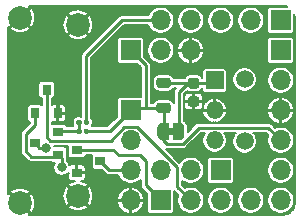
<source format=gbr>
%TF.GenerationSoftware,KiCad,Pcbnew,5.1.8*%
%TF.CreationDate,2020-12-26T07:32:41-08:00*%
%TF.ProjectId,teensy-toslink-receiver,7465656e-7379-42d7-946f-736c696e6b2d,rev?*%
%TF.SameCoordinates,Original*%
%TF.FileFunction,Copper,L1,Top*%
%TF.FilePolarity,Positive*%
%FSLAX46Y46*%
G04 Gerber Fmt 4.6, Leading zero omitted, Abs format (unit mm)*
G04 Created by KiCad (PCBNEW 5.1.8) date 2020-12-26 07:32:41*
%MOMM*%
%LPD*%
G01*
G04 APERTURE LIST*
%TA.AperFunction,EtchedComponent*%
%ADD10C,0.100000*%
%TD*%
%TA.AperFunction,ComponentPad*%
%ADD11O,1.700000X1.700000*%
%TD*%
%TA.AperFunction,ComponentPad*%
%ADD12R,1.700000X1.700000*%
%TD*%
%TA.AperFunction,SMDPad,CuDef*%
%ADD13R,0.800000X0.900000*%
%TD*%
%TA.AperFunction,SMDPad,CuDef*%
%ADD14R,0.900000X0.800000*%
%TD*%
%TA.AperFunction,ComponentPad*%
%ADD15C,2.000000*%
%TD*%
%TA.AperFunction,ComponentPad*%
%ADD16R,1.500000X1.500000*%
%TD*%
%TA.AperFunction,ComponentPad*%
%ADD17O,1.500000X1.500000*%
%TD*%
%TA.AperFunction,ComponentPad*%
%ADD18C,1.500000*%
%TD*%
%TA.AperFunction,SMDPad,CuDef*%
%ADD19C,0.100000*%
%TD*%
%TA.AperFunction,ViaPad*%
%ADD20C,0.800000*%
%TD*%
%TA.AperFunction,Conductor*%
%ADD21C,0.250000*%
%TD*%
%TA.AperFunction,Conductor*%
%ADD22C,0.200000*%
%TD*%
%TA.AperFunction,Conductor*%
%ADD23C,0.100000*%
%TD*%
G04 APERTURE END LIST*
D10*
%TO.C,JP1*%
G36*
X147944000Y-75738000D02*
G01*
X148444000Y-75738000D01*
X148444000Y-75138000D01*
X147944000Y-75138000D01*
X147944000Y-75738000D01*
G37*
%TD*%
D11*
%TO.P,J2,5*%
%TO.N,/DIO17*%
X147320000Y-66040000D03*
%TO.P,J2,4*%
%TO.N,/DIO16*%
X149860000Y-66040000D03*
%TO.P,J2,3*%
%TO.N,/SPDIF_IN*%
X152400000Y-66040000D03*
%TO.P,J2,2*%
%TO.N,/DIO14*%
X154940000Y-66040000D03*
D12*
%TO.P,J2,1*%
%TO.N,/DIO13*%
X157480000Y-66040000D03*
%TD*%
%TO.P,R3,2*%
%TO.N,+3V3*%
%TA.AperFunction,SMDPad,CuDef*%
G36*
G01*
X140806000Y-75538000D02*
X140806000Y-75338000D01*
G75*
G02*
X140906000Y-75238000I100000J0D01*
G01*
X141166000Y-75238000D01*
G75*
G02*
X141266000Y-75338000I0J-100000D01*
G01*
X141266000Y-75538000D01*
G75*
G02*
X141166000Y-75638000I-100000J0D01*
G01*
X140906000Y-75638000D01*
G75*
G02*
X140806000Y-75538000I0J100000D01*
G01*
G37*
%TD.AperFunction*%
%TO.P,R3,1*%
%TO.N,Net-(Q2-Pad2)*%
%TA.AperFunction,SMDPad,CuDef*%
G36*
G01*
X140166000Y-75538000D02*
X140166000Y-75338000D01*
G75*
G02*
X140266000Y-75238000I100000J0D01*
G01*
X140526000Y-75238000D01*
G75*
G02*
X140626000Y-75338000I0J-100000D01*
G01*
X140626000Y-75538000D01*
G75*
G02*
X140526000Y-75638000I-100000J0D01*
G01*
X140266000Y-75638000D01*
G75*
G02*
X140166000Y-75538000I0J100000D01*
G01*
G37*
%TD.AperFunction*%
%TD*%
%TO.P,R2,2*%
%TO.N,/DIO17*%
%TA.AperFunction,SMDPad,CuDef*%
G36*
G01*
X140806000Y-74776000D02*
X140806000Y-74576000D01*
G75*
G02*
X140906000Y-74476000I100000J0D01*
G01*
X141166000Y-74476000D01*
G75*
G02*
X141266000Y-74576000I0J-100000D01*
G01*
X141266000Y-74776000D01*
G75*
G02*
X141166000Y-74876000I-100000J0D01*
G01*
X140906000Y-74876000D01*
G75*
G02*
X140806000Y-74776000I0J100000D01*
G01*
G37*
%TD.AperFunction*%
%TO.P,R2,1*%
%TO.N,Net-(Q2-Pad2)*%
%TA.AperFunction,SMDPad,CuDef*%
G36*
G01*
X140166000Y-74776000D02*
X140166000Y-74576000D01*
G75*
G02*
X140266000Y-74476000I100000J0D01*
G01*
X140526000Y-74476000D01*
G75*
G02*
X140626000Y-74576000I0J-100000D01*
G01*
X140626000Y-74776000D01*
G75*
G02*
X140526000Y-74876000I-100000J0D01*
G01*
X140266000Y-74876000D01*
G75*
G02*
X140166000Y-74776000I0J100000D01*
G01*
G37*
%TD.AperFunction*%
%TD*%
D13*
%TO.P,Q3,3*%
%TO.N,/DIO9*%
X137668000Y-71898000D03*
%TO.P,Q3,2*%
%TO.N,GND*%
X138618000Y-73898000D03*
%TO.P,Q3,1*%
%TO.N,+5V*%
X136718000Y-73898000D03*
%TD*%
D14*
%TO.P,Q2,3*%
%TO.N,/CEC*%
X136668000Y-76454000D03*
%TO.P,Q2,2*%
%TO.N,Net-(Q2-Pad2)*%
X138668000Y-75504000D03*
%TO.P,Q2,1*%
%TO.N,+5V*%
X138668000Y-77404000D03*
%TD*%
%TO.P,Q1,3*%
%TO.N,/HPD*%
X142224000Y-77978000D03*
%TO.P,Q1,2*%
%TO.N,GND*%
X140224000Y-78928000D03*
%TO.P,Q1,1*%
%TO.N,/DIO8*%
X140224000Y-77028000D03*
%TD*%
D15*
%TO.P,J7,M3*%
%TO.N,GND*%
X135423000Y-81510000D03*
%TO.P,J7,M4*%
X135423000Y-65810000D03*
%TO.P,J7,M1*%
X140323000Y-80910000D03*
%TO.P,J7,M2*%
X140323000Y-66410000D03*
%TD*%
D16*
%TO.P,U1,1*%
%TO.N,Net-(C1-Pad1)*%
X151892000Y-71120000D03*
D17*
%TO.P,U1,2*%
%TO.N,GND*%
X151892000Y-73660000D03*
%TO.P,U1,3*%
%TO.N,/TOSLINK_RX*%
X151892000Y-76200000D03*
D18*
%TO.P,U1,4*%
%TO.N,N/C*%
X154432000Y-71040000D03*
%TO.P,U1,5*%
X154432000Y-76280000D03*
%TD*%
%TO.P,L1,2*%
%TO.N,Net-(C1-Pad1)*%
%TA.AperFunction,SMDPad,CuDef*%
G36*
G01*
X147955250Y-71765000D02*
X147192750Y-71765000D01*
G75*
G02*
X146974000Y-71546250I0J218750D01*
G01*
X146974000Y-71108750D01*
G75*
G02*
X147192750Y-70890000I218750J0D01*
G01*
X147955250Y-70890000D01*
G75*
G02*
X148174000Y-71108750I0J-218750D01*
G01*
X148174000Y-71546250D01*
G75*
G02*
X147955250Y-71765000I-218750J0D01*
G01*
G37*
%TD.AperFunction*%
%TO.P,L1,1*%
%TO.N,+3V3*%
%TA.AperFunction,SMDPad,CuDef*%
G36*
G01*
X147955250Y-73890000D02*
X147192750Y-73890000D01*
G75*
G02*
X146974000Y-73671250I0J218750D01*
G01*
X146974000Y-73233750D01*
G75*
G02*
X147192750Y-73015000I218750J0D01*
G01*
X147955250Y-73015000D01*
G75*
G02*
X148174000Y-73233750I0J-218750D01*
G01*
X148174000Y-73671250D01*
G75*
G02*
X147955250Y-73890000I-218750J0D01*
G01*
G37*
%TD.AperFunction*%
%TD*%
%TA.AperFunction,SMDPad,CuDef*%
D19*
%TO.P,JP1,1*%
%TO.N,Net-(C1-Pad1)*%
G36*
X148344000Y-74688000D02*
G01*
X148844000Y-74688000D01*
X148844000Y-74688602D01*
X148868534Y-74688602D01*
X148917365Y-74693412D01*
X148965490Y-74702984D01*
X149012445Y-74717228D01*
X149057778Y-74736005D01*
X149101051Y-74759136D01*
X149141850Y-74786396D01*
X149179779Y-74817524D01*
X149214476Y-74852221D01*
X149245604Y-74890150D01*
X149272864Y-74930949D01*
X149295995Y-74974222D01*
X149314772Y-75019555D01*
X149329016Y-75066510D01*
X149338588Y-75114635D01*
X149343398Y-75163466D01*
X149343398Y-75188000D01*
X149344000Y-75188000D01*
X149344000Y-75688000D01*
X149343398Y-75688000D01*
X149343398Y-75712534D01*
X149338588Y-75761365D01*
X149329016Y-75809490D01*
X149314772Y-75856445D01*
X149295995Y-75901778D01*
X149272864Y-75945051D01*
X149245604Y-75985850D01*
X149214476Y-76023779D01*
X149179779Y-76058476D01*
X149141850Y-76089604D01*
X149101051Y-76116864D01*
X149057778Y-76139995D01*
X149012445Y-76158772D01*
X148965490Y-76173016D01*
X148917365Y-76182588D01*
X148868534Y-76187398D01*
X148844000Y-76187398D01*
X148844000Y-76188000D01*
X148344000Y-76188000D01*
X148344000Y-74688000D01*
G37*
%TD.AperFunction*%
%TA.AperFunction,SMDPad,CuDef*%
%TO.P,JP1,2*%
%TO.N,+3V3*%
G36*
X147544000Y-76187398D02*
G01*
X147519466Y-76187398D01*
X147470635Y-76182588D01*
X147422510Y-76173016D01*
X147375555Y-76158772D01*
X147330222Y-76139995D01*
X147286949Y-76116864D01*
X147246150Y-76089604D01*
X147208221Y-76058476D01*
X147173524Y-76023779D01*
X147142396Y-75985850D01*
X147115136Y-75945051D01*
X147092005Y-75901778D01*
X147073228Y-75856445D01*
X147058984Y-75809490D01*
X147049412Y-75761365D01*
X147044602Y-75712534D01*
X147044602Y-75688000D01*
X147044000Y-75688000D01*
X147044000Y-75188000D01*
X147044602Y-75188000D01*
X147044602Y-75163466D01*
X147049412Y-75114635D01*
X147058984Y-75066510D01*
X147073228Y-75019555D01*
X147092005Y-74974222D01*
X147115136Y-74930949D01*
X147142396Y-74890150D01*
X147173524Y-74852221D01*
X147208221Y-74817524D01*
X147246150Y-74786396D01*
X147286949Y-74759136D01*
X147330222Y-74736005D01*
X147375555Y-74717228D01*
X147422510Y-74702984D01*
X147470635Y-74693412D01*
X147519466Y-74688602D01*
X147544000Y-74688602D01*
X147544000Y-74688000D01*
X148044000Y-74688000D01*
X148044000Y-76188000D01*
X147544000Y-76188000D01*
X147544000Y-76187398D01*
G37*
%TD.AperFunction*%
%TD*%
D11*
%TO.P,J6,4*%
%TO.N,GND*%
X144780000Y-81280000D03*
%TO.P,J6,3*%
%TO.N,/HPD*%
X144780000Y-78740000D03*
%TO.P,J6,2*%
%TO.N,/ARC*%
X144780000Y-76200000D03*
D12*
%TO.P,J6,1*%
%TO.N,+3V3*%
X144780000Y-73660000D03*
%TD*%
D11*
%TO.P,J5,3*%
%TO.N,GND*%
X149860000Y-68580000D03*
%TO.P,J5,2*%
%TO.N,/CEC*%
X147320000Y-68580000D03*
D12*
%TO.P,J5,1*%
%TO.N,+3V3*%
X144780000Y-68580000D03*
%TD*%
D11*
%TO.P,J4,5*%
%TO.N,/VBat*%
X157480000Y-78740000D03*
%TO.P,J4,4*%
%TO.N,+3V3*%
X157480000Y-76200000D03*
%TO.P,J4,3*%
%TO.N,GND*%
X157480000Y-73660000D03*
%TO.P,J4,2*%
%TO.N,/Program*%
X157480000Y-71120000D03*
D12*
%TO.P,J4,1*%
%TO.N,/OnOff*%
X157480000Y-68580000D03*
%TD*%
D11*
%TO.P,J3,5*%
%TO.N,/DIO12*%
X157480000Y-81280000D03*
%TO.P,J3,4*%
%TO.N,/DIO11*%
X154940000Y-81280000D03*
%TO.P,J3,3*%
%TO.N,/DIO10*%
X152400000Y-81280000D03*
%TO.P,J3,2*%
%TO.N,/DIO9*%
X149860000Y-81280000D03*
D12*
%TO.P,J3,1*%
%TO.N,/DIO8*%
X147320000Y-81280000D03*
%TD*%
D11*
%TO.P,J1,3*%
%TO.N,/ARC*%
X147320000Y-78740000D03*
%TO.P,J1,2*%
%TO.N,/SPDIF_IN*%
X149860000Y-78740000D03*
D12*
%TO.P,J1,1*%
%TO.N,/TOSLINK_RX*%
X152400000Y-78740000D03*
%TD*%
%TO.P,C1,2*%
%TO.N,GND*%
%TA.AperFunction,SMDPad,CuDef*%
G36*
G01*
X149864000Y-72461000D02*
X150364000Y-72461000D01*
G75*
G02*
X150589000Y-72686000I0J-225000D01*
G01*
X150589000Y-73136000D01*
G75*
G02*
X150364000Y-73361000I-225000J0D01*
G01*
X149864000Y-73361000D01*
G75*
G02*
X149639000Y-73136000I0J225000D01*
G01*
X149639000Y-72686000D01*
G75*
G02*
X149864000Y-72461000I225000J0D01*
G01*
G37*
%TD.AperFunction*%
%TO.P,C1,1*%
%TO.N,Net-(C1-Pad1)*%
%TA.AperFunction,SMDPad,CuDef*%
G36*
G01*
X149864000Y-70911000D02*
X150364000Y-70911000D01*
G75*
G02*
X150589000Y-71136000I0J-225000D01*
G01*
X150589000Y-71586000D01*
G75*
G02*
X150364000Y-71811000I-225000J0D01*
G01*
X149864000Y-71811000D01*
G75*
G02*
X149639000Y-71586000I0J225000D01*
G01*
X149639000Y-71136000D01*
G75*
G02*
X149864000Y-70911000I225000J0D01*
G01*
G37*
%TD.AperFunction*%
%TD*%
D20*
%TO.N,GND*%
X138684000Y-72898000D03*
%TO.N,/CEC*%
X137582509Y-76849205D03*
%TO.N,+5V*%
X138938000Y-78486000D03*
%TD*%
D21*
%TO.N,GND*%
X151651000Y-73901000D02*
X151892000Y-73660000D01*
X150114000Y-73165000D02*
X150127000Y-73165000D01*
X138618000Y-72964000D02*
X138684000Y-72898000D01*
X138618000Y-73898000D02*
X138618000Y-72964000D01*
%TO.N,Net-(C1-Pad1)*%
X149826500Y-71327500D02*
X150114000Y-71615000D01*
X148844000Y-75438000D02*
X148844000Y-72136000D01*
X150080500Y-71327500D02*
X150114000Y-71361000D01*
X147574000Y-71327500D02*
X150080500Y-71327500D01*
X149619000Y-71361000D02*
X148844000Y-72136000D01*
X150114000Y-71361000D02*
X149619000Y-71361000D01*
X151651000Y-71361000D02*
X151892000Y-71120000D01*
X150114000Y-71361000D02*
X151651000Y-71361000D01*
%TO.N,/SPDIF_IN*%
X152400000Y-66040000D02*
X152400000Y-66548000D01*
%TO.N,/DIO17*%
X144018000Y-66040000D02*
X147320000Y-66040000D01*
X141036000Y-69022000D02*
X144018000Y-66040000D01*
X141036000Y-74168000D02*
X141036000Y-69022000D01*
X141036000Y-74168000D02*
X141036000Y-74676000D01*
%TO.N,/DIO9*%
X149860000Y-81280000D02*
X148732599Y-80152599D01*
X148732599Y-80152599D02*
X148732599Y-78484045D01*
X148732599Y-78484045D02*
X145321153Y-75072599D01*
X145321153Y-75072599D02*
X144238846Y-75072599D01*
X144238846Y-75072599D02*
X143082444Y-76229001D01*
X137957999Y-76229001D02*
X137668000Y-75939002D01*
X137668000Y-75939002D02*
X137668000Y-71898000D01*
X143082444Y-76229001D02*
X137957999Y-76229001D01*
%TO.N,/DIO8*%
X143764000Y-77470000D02*
X143322000Y-77028000D01*
X145542000Y-77470000D02*
X143764000Y-77470000D01*
X146050000Y-77978000D02*
X145542000Y-77470000D01*
X146050000Y-80010000D02*
X146050000Y-77978000D01*
X143322000Y-77028000D02*
X140224000Y-77028000D01*
X147320000Y-81280000D02*
X146050000Y-80010000D01*
%TO.N,+3V3*%
X147574000Y-75408000D02*
X147544000Y-75438000D01*
X147574000Y-73452500D02*
X147574000Y-75408000D01*
X147544000Y-76185592D02*
X147544000Y-75438000D01*
X147871418Y-76513010D02*
X147544000Y-76185592D01*
X149182328Y-76513010D02*
X147871418Y-76513010D01*
X150570339Y-75124999D02*
X149182328Y-76513010D01*
X156404999Y-75124999D02*
X150570339Y-75124999D01*
X157480000Y-76200000D02*
X156404999Y-75124999D01*
X146050000Y-69850000D02*
X144780000Y-68580000D01*
X146096500Y-73452500D02*
X146050000Y-73406000D01*
X146050000Y-73406000D02*
X146050000Y-69850000D01*
X147574000Y-73452500D02*
X146096500Y-73452500D01*
X144987500Y-73452500D02*
X144780000Y-73660000D01*
X146096500Y-73452500D02*
X144987500Y-73452500D01*
X143002000Y-75438000D02*
X144780000Y-73660000D01*
X141036000Y-75438000D02*
X143002000Y-75438000D01*
%TO.N,/CEC*%
X137063205Y-76849205D02*
X136668000Y-76454000D01*
X137582509Y-76849205D02*
X137063205Y-76849205D01*
%TO.N,/HPD*%
X142986000Y-78740000D02*
X142224000Y-77978000D01*
X144780000Y-78740000D02*
X142986000Y-78740000D01*
%TO.N,+5V*%
X136353205Y-77574207D02*
X138497793Y-77574207D01*
X138497793Y-77574207D02*
X138668000Y-77404000D01*
X135890000Y-75692000D02*
X135890000Y-77111002D01*
X136718000Y-74864000D02*
X135890000Y-75692000D01*
X135890000Y-77111002D02*
X136353205Y-77574207D01*
X136718000Y-73898000D02*
X136718000Y-74864000D01*
X138938000Y-77674000D02*
X138668000Y-77404000D01*
X138938000Y-78486000D02*
X138938000Y-77674000D01*
%TO.N,Net-(Q2-Pad2)*%
X138734000Y-75438000D02*
X138668000Y-75504000D01*
X140396000Y-75438000D02*
X138734000Y-75438000D01*
X140396000Y-74676000D02*
X140396000Y-75438000D01*
%TD*%
D22*
%TO.N,GND*%
X157917247Y-64860526D02*
X158010063Y-64888549D01*
X156630000Y-64888549D01*
X156571190Y-64894341D01*
X156514640Y-64911496D01*
X156462523Y-64939353D01*
X156416842Y-64976842D01*
X156379353Y-65022523D01*
X156351496Y-65074640D01*
X156334341Y-65131190D01*
X156328549Y-65190000D01*
X156328549Y-66890000D01*
X156334341Y-66948810D01*
X156351496Y-67005360D01*
X156379353Y-67057477D01*
X156416842Y-67103158D01*
X156462523Y-67140647D01*
X156514640Y-67168504D01*
X156571190Y-67185659D01*
X156630000Y-67191451D01*
X158330000Y-67191451D01*
X158388810Y-67185659D01*
X158445360Y-67168504D01*
X158497477Y-67140647D01*
X158543158Y-67103158D01*
X158580647Y-67057477D01*
X158608504Y-67005360D01*
X158625659Y-66948810D01*
X158631451Y-66890000D01*
X158631451Y-65509972D01*
X158658172Y-65596292D01*
X158679001Y-65794474D01*
X158679000Y-81518103D01*
X158659474Y-81717247D01*
X158606253Y-81893521D01*
X158519812Y-82056093D01*
X158403436Y-82198784D01*
X158261569Y-82316147D01*
X158099598Y-82403724D01*
X157923708Y-82458172D01*
X157725536Y-82479000D01*
X136219462Y-82479000D01*
X136257580Y-82415290D01*
X135423000Y-81580711D01*
X135408858Y-81594853D01*
X135338147Y-81524142D01*
X135352289Y-81510000D01*
X135493711Y-81510000D01*
X136328290Y-82344580D01*
X136508425Y-82236805D01*
X136629362Y-82011083D01*
X136688965Y-81815290D01*
X139488420Y-81815290D01*
X139596195Y-81995425D01*
X139821917Y-82116362D01*
X140066894Y-82190938D01*
X140321714Y-82216289D01*
X140576583Y-82191439D01*
X140821707Y-82117345D01*
X141047666Y-81996854D01*
X141049805Y-81995425D01*
X141157580Y-81815290D01*
X140323000Y-80980711D01*
X139488420Y-81815290D01*
X136688965Y-81815290D01*
X136703938Y-81766106D01*
X136729289Y-81511286D01*
X136704439Y-81256417D01*
X136630345Y-81011293D01*
X136575646Y-80908714D01*
X139016711Y-80908714D01*
X139041561Y-81163583D01*
X139115655Y-81408707D01*
X139236146Y-81634666D01*
X139237575Y-81636805D01*
X139417710Y-81744580D01*
X140252289Y-80910000D01*
X140393711Y-80910000D01*
X141228290Y-81744580D01*
X141408425Y-81636805D01*
X141476839Y-81509114D01*
X143653054Y-81509114D01*
X143715688Y-81715597D01*
X143821119Y-81914864D01*
X143963400Y-82089734D01*
X144137062Y-82233486D01*
X144335432Y-82340596D01*
X144550886Y-82406948D01*
X144730000Y-82353915D01*
X144730000Y-81330000D01*
X144830000Y-81330000D01*
X144830000Y-82353915D01*
X145009114Y-82406948D01*
X145224568Y-82340596D01*
X145422938Y-82233486D01*
X145596600Y-82089734D01*
X145738881Y-81914864D01*
X145844312Y-81715597D01*
X145906946Y-81509114D01*
X145853837Y-81330000D01*
X144830000Y-81330000D01*
X144730000Y-81330000D01*
X143706163Y-81330000D01*
X143653054Y-81509114D01*
X141476839Y-81509114D01*
X141529362Y-81411083D01*
X141603938Y-81166106D01*
X141615400Y-81050886D01*
X143653054Y-81050886D01*
X143706163Y-81230000D01*
X144730000Y-81230000D01*
X144730000Y-80206085D01*
X144830000Y-80206085D01*
X144830000Y-81230000D01*
X145853837Y-81230000D01*
X145906946Y-81050886D01*
X145844312Y-80844403D01*
X145738881Y-80645136D01*
X145596600Y-80470266D01*
X145422938Y-80326514D01*
X145224568Y-80219404D01*
X145009114Y-80153052D01*
X144830000Y-80206085D01*
X144730000Y-80206085D01*
X144550886Y-80153052D01*
X144335432Y-80219404D01*
X144137062Y-80326514D01*
X143963400Y-80470266D01*
X143821119Y-80645136D01*
X143715688Y-80844403D01*
X143653054Y-81050886D01*
X141615400Y-81050886D01*
X141629289Y-80911286D01*
X141604439Y-80656417D01*
X141530345Y-80411293D01*
X141409854Y-80185334D01*
X141408425Y-80183195D01*
X141228290Y-80075420D01*
X140393711Y-80910000D01*
X140252289Y-80910000D01*
X139417710Y-80075420D01*
X139237575Y-80183195D01*
X139116638Y-80408917D01*
X139042062Y-80653894D01*
X139016711Y-80908714D01*
X136575646Y-80908714D01*
X136509854Y-80785334D01*
X136508425Y-80783195D01*
X136328290Y-80675420D01*
X135493711Y-81510000D01*
X135352289Y-81510000D01*
X134517710Y-80675420D01*
X134437000Y-80723709D01*
X134437000Y-80604710D01*
X134588420Y-80604710D01*
X135423000Y-81439289D01*
X136257580Y-80604710D01*
X136149805Y-80424575D01*
X135924083Y-80303638D01*
X135679106Y-80229062D01*
X135424286Y-80203711D01*
X135169417Y-80228561D01*
X134924293Y-80302655D01*
X134698334Y-80423146D01*
X134696195Y-80424575D01*
X134588420Y-80604710D01*
X134437000Y-80604710D01*
X134437000Y-75692000D01*
X135462945Y-75692000D01*
X135465000Y-75712867D01*
X135465001Y-77090126D01*
X135462945Y-77111002D01*
X135471150Y-77194316D01*
X135489605Y-77255150D01*
X135495453Y-77274429D01*
X135534917Y-77348262D01*
X135588027Y-77412976D01*
X135604239Y-77426281D01*
X136037926Y-77859969D01*
X136051231Y-77876181D01*
X136115945Y-77929291D01*
X136164060Y-77955008D01*
X136189777Y-77968755D01*
X136269890Y-77993057D01*
X136277532Y-77993810D01*
X136332331Y-77999207D01*
X136332338Y-77999207D01*
X136353205Y-78001262D01*
X136374072Y-77999207D01*
X137990110Y-77999207D01*
X138004842Y-78017158D01*
X138050523Y-78054647D01*
X138102640Y-78082504D01*
X138159190Y-78099659D01*
X138218000Y-78105451D01*
X138350392Y-78105451D01*
X138317668Y-78154426D01*
X138264901Y-78281818D01*
X138238000Y-78417056D01*
X138238000Y-78554944D01*
X138264901Y-78690182D01*
X138317668Y-78817574D01*
X138394274Y-78932224D01*
X138491776Y-79029726D01*
X138606426Y-79106332D01*
X138733818Y-79159099D01*
X138869056Y-79186000D01*
X139006944Y-79186000D01*
X139142182Y-79159099D01*
X139269574Y-79106332D01*
X139384224Y-79029726D01*
X139474000Y-78939950D01*
X139474000Y-78978002D01*
X139548998Y-78978002D01*
X139474000Y-79053000D01*
X139472548Y-79328000D01*
X139478340Y-79386810D01*
X139495495Y-79443361D01*
X139523352Y-79495478D01*
X139560841Y-79541159D01*
X139606522Y-79578648D01*
X139658639Y-79606505D01*
X139715190Y-79623660D01*
X139774000Y-79629452D01*
X140074026Y-79628112D01*
X140069417Y-79628561D01*
X139824293Y-79702655D01*
X139598334Y-79823146D01*
X139596195Y-79824575D01*
X139488420Y-80004710D01*
X140323000Y-80839289D01*
X141157580Y-80004710D01*
X141049805Y-79824575D01*
X140824083Y-79703638D01*
X140579106Y-79629062D01*
X140578749Y-79629026D01*
X140674000Y-79629452D01*
X140732810Y-79623660D01*
X140789361Y-79606505D01*
X140841478Y-79578648D01*
X140887159Y-79541159D01*
X140924648Y-79495478D01*
X140952505Y-79443361D01*
X140969660Y-79386810D01*
X140975452Y-79328000D01*
X140974000Y-79053000D01*
X140899000Y-78978000D01*
X140274000Y-78978000D01*
X140274000Y-78998000D01*
X140174000Y-78998000D01*
X140174000Y-78978000D01*
X140154000Y-78978000D01*
X140154000Y-78878000D01*
X140174000Y-78878000D01*
X140174000Y-78303000D01*
X140274000Y-78303000D01*
X140274000Y-78878000D01*
X140899000Y-78878000D01*
X140974000Y-78803000D01*
X140975452Y-78528000D01*
X140969660Y-78469190D01*
X140952505Y-78412639D01*
X140924648Y-78360522D01*
X140887159Y-78314841D01*
X140841478Y-78277352D01*
X140789361Y-78249495D01*
X140732810Y-78232340D01*
X140674000Y-78226548D01*
X140349000Y-78228000D01*
X140274000Y-78303000D01*
X140174000Y-78303000D01*
X140099000Y-78228000D01*
X139774000Y-78226548D01*
X139715190Y-78232340D01*
X139658639Y-78249495D01*
X139608755Y-78276159D01*
X139558332Y-78154426D01*
X139481726Y-78039776D01*
X139384245Y-77942295D01*
X139396504Y-77919360D01*
X139413659Y-77862810D01*
X139419451Y-77804000D01*
X139419451Y-77004000D01*
X139413659Y-76945190D01*
X139396504Y-76888640D01*
X139368647Y-76836523D01*
X139331158Y-76790842D01*
X139285477Y-76753353D01*
X139233360Y-76725496D01*
X139176810Y-76708341D01*
X139118000Y-76702549D01*
X138267051Y-76702549D01*
X138257394Y-76654001D01*
X139472549Y-76654001D01*
X139472549Y-77428000D01*
X139478341Y-77486810D01*
X139495496Y-77543360D01*
X139523353Y-77595477D01*
X139560842Y-77641158D01*
X139606523Y-77678647D01*
X139658640Y-77706504D01*
X139715190Y-77723659D01*
X139774000Y-77729451D01*
X140674000Y-77729451D01*
X140732810Y-77723659D01*
X140789360Y-77706504D01*
X140841477Y-77678647D01*
X140887158Y-77641158D01*
X140924647Y-77595477D01*
X140952504Y-77543360D01*
X140969659Y-77486810D01*
X140972989Y-77453000D01*
X141500649Y-77453000D01*
X141495496Y-77462640D01*
X141478341Y-77519190D01*
X141472549Y-77578000D01*
X141472549Y-78378000D01*
X141478341Y-78436810D01*
X141495496Y-78493360D01*
X141523353Y-78545477D01*
X141560842Y-78591158D01*
X141606523Y-78628647D01*
X141658640Y-78656504D01*
X141715190Y-78673659D01*
X141774000Y-78679451D01*
X142324410Y-78679451D01*
X142670721Y-79025762D01*
X142684026Y-79041974D01*
X142748740Y-79095084D01*
X142796855Y-79120801D01*
X142822572Y-79134548D01*
X142902686Y-79158850D01*
X142965126Y-79165000D01*
X142965133Y-79165000D01*
X142986000Y-79167055D01*
X143006867Y-79165000D01*
X143711290Y-79165000D01*
X143760884Y-79284729D01*
X143886737Y-79473082D01*
X144046918Y-79633263D01*
X144235271Y-79759116D01*
X144444557Y-79845806D01*
X144666735Y-79890000D01*
X144893265Y-79890000D01*
X145115443Y-79845806D01*
X145324729Y-79759116D01*
X145513082Y-79633263D01*
X145625000Y-79521345D01*
X145625000Y-79989133D01*
X145622945Y-80010000D01*
X145625000Y-80030867D01*
X145625000Y-80030873D01*
X145631150Y-80093313D01*
X145655452Y-80173426D01*
X145694916Y-80247259D01*
X145748026Y-80311974D01*
X145764243Y-80325283D01*
X146168549Y-80729589D01*
X146168549Y-82130000D01*
X146174341Y-82188810D01*
X146191496Y-82245360D01*
X146219353Y-82297477D01*
X146256842Y-82343158D01*
X146302523Y-82380647D01*
X146354640Y-82408504D01*
X146411190Y-82425659D01*
X146470000Y-82431451D01*
X148170000Y-82431451D01*
X148228810Y-82425659D01*
X148285360Y-82408504D01*
X148337477Y-82380647D01*
X148383158Y-82343158D01*
X148420647Y-82297477D01*
X148448504Y-82245360D01*
X148465659Y-82188810D01*
X148471451Y-82130000D01*
X148471451Y-80492491D01*
X148803788Y-80824828D01*
X148754194Y-80944557D01*
X148710000Y-81166735D01*
X148710000Y-81393265D01*
X148754194Y-81615443D01*
X148840884Y-81824729D01*
X148966737Y-82013082D01*
X149126918Y-82173263D01*
X149315271Y-82299116D01*
X149524557Y-82385806D01*
X149746735Y-82430000D01*
X149973265Y-82430000D01*
X150195443Y-82385806D01*
X150404729Y-82299116D01*
X150593082Y-82173263D01*
X150753263Y-82013082D01*
X150879116Y-81824729D01*
X150965806Y-81615443D01*
X151010000Y-81393265D01*
X151010000Y-81166735D01*
X151250000Y-81166735D01*
X151250000Y-81393265D01*
X151294194Y-81615443D01*
X151380884Y-81824729D01*
X151506737Y-82013082D01*
X151666918Y-82173263D01*
X151855271Y-82299116D01*
X152064557Y-82385806D01*
X152286735Y-82430000D01*
X152513265Y-82430000D01*
X152735443Y-82385806D01*
X152944729Y-82299116D01*
X153133082Y-82173263D01*
X153293263Y-82013082D01*
X153419116Y-81824729D01*
X153505806Y-81615443D01*
X153550000Y-81393265D01*
X153550000Y-81166735D01*
X153790000Y-81166735D01*
X153790000Y-81393265D01*
X153834194Y-81615443D01*
X153920884Y-81824729D01*
X154046737Y-82013082D01*
X154206918Y-82173263D01*
X154395271Y-82299116D01*
X154604557Y-82385806D01*
X154826735Y-82430000D01*
X155053265Y-82430000D01*
X155275443Y-82385806D01*
X155484729Y-82299116D01*
X155673082Y-82173263D01*
X155833263Y-82013082D01*
X155959116Y-81824729D01*
X156045806Y-81615443D01*
X156090000Y-81393265D01*
X156090000Y-81166735D01*
X156330000Y-81166735D01*
X156330000Y-81393265D01*
X156374194Y-81615443D01*
X156460884Y-81824729D01*
X156586737Y-82013082D01*
X156746918Y-82173263D01*
X156935271Y-82299116D01*
X157144557Y-82385806D01*
X157366735Y-82430000D01*
X157593265Y-82430000D01*
X157815443Y-82385806D01*
X158024729Y-82299116D01*
X158213082Y-82173263D01*
X158373263Y-82013082D01*
X158499116Y-81824729D01*
X158585806Y-81615443D01*
X158630000Y-81393265D01*
X158630000Y-81166735D01*
X158585806Y-80944557D01*
X158499116Y-80735271D01*
X158373263Y-80546918D01*
X158213082Y-80386737D01*
X158024729Y-80260884D01*
X157815443Y-80174194D01*
X157593265Y-80130000D01*
X157366735Y-80130000D01*
X157144557Y-80174194D01*
X156935271Y-80260884D01*
X156746918Y-80386737D01*
X156586737Y-80546918D01*
X156460884Y-80735271D01*
X156374194Y-80944557D01*
X156330000Y-81166735D01*
X156090000Y-81166735D01*
X156045806Y-80944557D01*
X155959116Y-80735271D01*
X155833263Y-80546918D01*
X155673082Y-80386737D01*
X155484729Y-80260884D01*
X155275443Y-80174194D01*
X155053265Y-80130000D01*
X154826735Y-80130000D01*
X154604557Y-80174194D01*
X154395271Y-80260884D01*
X154206918Y-80386737D01*
X154046737Y-80546918D01*
X153920884Y-80735271D01*
X153834194Y-80944557D01*
X153790000Y-81166735D01*
X153550000Y-81166735D01*
X153505806Y-80944557D01*
X153419116Y-80735271D01*
X153293263Y-80546918D01*
X153133082Y-80386737D01*
X152944729Y-80260884D01*
X152735443Y-80174194D01*
X152513265Y-80130000D01*
X152286735Y-80130000D01*
X152064557Y-80174194D01*
X151855271Y-80260884D01*
X151666918Y-80386737D01*
X151506737Y-80546918D01*
X151380884Y-80735271D01*
X151294194Y-80944557D01*
X151250000Y-81166735D01*
X151010000Y-81166735D01*
X150965806Y-80944557D01*
X150879116Y-80735271D01*
X150753263Y-80546918D01*
X150593082Y-80386737D01*
X150404729Y-80260884D01*
X150195443Y-80174194D01*
X149973265Y-80130000D01*
X149746735Y-80130000D01*
X149524557Y-80174194D01*
X149404828Y-80223788D01*
X149157599Y-79976559D01*
X149157599Y-79653763D01*
X149315271Y-79759116D01*
X149524557Y-79845806D01*
X149746735Y-79890000D01*
X149973265Y-79890000D01*
X150195443Y-79845806D01*
X150404729Y-79759116D01*
X150593082Y-79633263D01*
X150753263Y-79473082D01*
X150879116Y-79284729D01*
X150965806Y-79075443D01*
X151010000Y-78853265D01*
X151010000Y-78626735D01*
X150965806Y-78404557D01*
X150879116Y-78195271D01*
X150753263Y-78006918D01*
X150636345Y-77890000D01*
X151248549Y-77890000D01*
X151248549Y-79590000D01*
X151254341Y-79648810D01*
X151271496Y-79705360D01*
X151299353Y-79757477D01*
X151336842Y-79803158D01*
X151382523Y-79840647D01*
X151434640Y-79868504D01*
X151491190Y-79885659D01*
X151550000Y-79891451D01*
X153250000Y-79891451D01*
X153308810Y-79885659D01*
X153365360Y-79868504D01*
X153417477Y-79840647D01*
X153463158Y-79803158D01*
X153500647Y-79757477D01*
X153528504Y-79705360D01*
X153545659Y-79648810D01*
X153551451Y-79590000D01*
X153551451Y-78626735D01*
X156330000Y-78626735D01*
X156330000Y-78853265D01*
X156374194Y-79075443D01*
X156460884Y-79284729D01*
X156586737Y-79473082D01*
X156746918Y-79633263D01*
X156935271Y-79759116D01*
X157144557Y-79845806D01*
X157366735Y-79890000D01*
X157593265Y-79890000D01*
X157815443Y-79845806D01*
X158024729Y-79759116D01*
X158213082Y-79633263D01*
X158373263Y-79473082D01*
X158499116Y-79284729D01*
X158585806Y-79075443D01*
X158630000Y-78853265D01*
X158630000Y-78626735D01*
X158585806Y-78404557D01*
X158499116Y-78195271D01*
X158373263Y-78006918D01*
X158213082Y-77846737D01*
X158024729Y-77720884D01*
X157815443Y-77634194D01*
X157593265Y-77590000D01*
X157366735Y-77590000D01*
X157144557Y-77634194D01*
X156935271Y-77720884D01*
X156746918Y-77846737D01*
X156586737Y-78006918D01*
X156460884Y-78195271D01*
X156374194Y-78404557D01*
X156330000Y-78626735D01*
X153551451Y-78626735D01*
X153551451Y-77890000D01*
X153545659Y-77831190D01*
X153528504Y-77774640D01*
X153500647Y-77722523D01*
X153463158Y-77676842D01*
X153417477Y-77639353D01*
X153365360Y-77611496D01*
X153308810Y-77594341D01*
X153250000Y-77588549D01*
X151550000Y-77588549D01*
X151491190Y-77594341D01*
X151434640Y-77611496D01*
X151382523Y-77639353D01*
X151336842Y-77676842D01*
X151299353Y-77722523D01*
X151271496Y-77774640D01*
X151254341Y-77831190D01*
X151248549Y-77890000D01*
X150636345Y-77890000D01*
X150593082Y-77846737D01*
X150404729Y-77720884D01*
X150195443Y-77634194D01*
X149973265Y-77590000D01*
X149746735Y-77590000D01*
X149524557Y-77634194D01*
X149315271Y-77720884D01*
X149126918Y-77846737D01*
X148966737Y-78006918D01*
X148922588Y-78072993D01*
X147778560Y-76928965D01*
X147788103Y-76931860D01*
X147794795Y-76932519D01*
X147850544Y-76938010D01*
X147850551Y-76938010D01*
X147871418Y-76940065D01*
X147892285Y-76938010D01*
X149161461Y-76938010D01*
X149182328Y-76940065D01*
X149203195Y-76938010D01*
X149203202Y-76938010D01*
X149265642Y-76931860D01*
X149345755Y-76907558D01*
X149419588Y-76868094D01*
X149484302Y-76814984D01*
X149497611Y-76798767D01*
X150746380Y-75549999D01*
X151063492Y-75549999D01*
X150961502Y-75702638D01*
X150882350Y-75893726D01*
X150842000Y-76096584D01*
X150842000Y-76303416D01*
X150882350Y-76506274D01*
X150961502Y-76697362D01*
X151076411Y-76869336D01*
X151222664Y-77015589D01*
X151394638Y-77130498D01*
X151585726Y-77209650D01*
X151788584Y-77250000D01*
X151995416Y-77250000D01*
X152198274Y-77209650D01*
X152389362Y-77130498D01*
X152561336Y-77015589D01*
X152707589Y-76869336D01*
X152822498Y-76697362D01*
X152901650Y-76506274D01*
X152942000Y-76303416D01*
X152942000Y-76096584D01*
X152901650Y-75893726D01*
X152822498Y-75702638D01*
X152720508Y-75549999D01*
X153677076Y-75549999D01*
X153616411Y-75610664D01*
X153501502Y-75782638D01*
X153422350Y-75973726D01*
X153382000Y-76176584D01*
X153382000Y-76383416D01*
X153422350Y-76586274D01*
X153501502Y-76777362D01*
X153616411Y-76949336D01*
X153762664Y-77095589D01*
X153934638Y-77210498D01*
X154125726Y-77289650D01*
X154328584Y-77330000D01*
X154535416Y-77330000D01*
X154738274Y-77289650D01*
X154929362Y-77210498D01*
X155101336Y-77095589D01*
X155247589Y-76949336D01*
X155362498Y-76777362D01*
X155441650Y-76586274D01*
X155482000Y-76383416D01*
X155482000Y-76176584D01*
X155441650Y-75973726D01*
X155362498Y-75782638D01*
X155247589Y-75610664D01*
X155186924Y-75549999D01*
X156228959Y-75549999D01*
X156423788Y-75744828D01*
X156374194Y-75864557D01*
X156330000Y-76086735D01*
X156330000Y-76313265D01*
X156374194Y-76535443D01*
X156460884Y-76744729D01*
X156586737Y-76933082D01*
X156746918Y-77093263D01*
X156935271Y-77219116D01*
X157144557Y-77305806D01*
X157366735Y-77350000D01*
X157593265Y-77350000D01*
X157815443Y-77305806D01*
X158024729Y-77219116D01*
X158213082Y-77093263D01*
X158373263Y-76933082D01*
X158499116Y-76744729D01*
X158585806Y-76535443D01*
X158630000Y-76313265D01*
X158630000Y-76086735D01*
X158585806Y-75864557D01*
X158499116Y-75655271D01*
X158373263Y-75466918D01*
X158213082Y-75306737D01*
X158024729Y-75180884D01*
X157815443Y-75094194D01*
X157593265Y-75050000D01*
X157366735Y-75050000D01*
X157144557Y-75094194D01*
X157024828Y-75143788D01*
X156720282Y-74839242D01*
X156706973Y-74823025D01*
X156642259Y-74769915D01*
X156568426Y-74730451D01*
X156488313Y-74706149D01*
X156425873Y-74699999D01*
X156425866Y-74699999D01*
X156404999Y-74697944D01*
X156384132Y-74699999D01*
X151942002Y-74699999D01*
X151942002Y-74633718D01*
X152105454Y-74688075D01*
X152285688Y-74633407D01*
X152468026Y-74537898D01*
X152628227Y-74408652D01*
X152760135Y-74250636D01*
X152858681Y-74069922D01*
X152915184Y-73889114D01*
X156353054Y-73889114D01*
X156415688Y-74095597D01*
X156521119Y-74294864D01*
X156663400Y-74469734D01*
X156837062Y-74613486D01*
X157035432Y-74720596D01*
X157250886Y-74786948D01*
X157430000Y-74733915D01*
X157430000Y-73710000D01*
X157530000Y-73710000D01*
X157530000Y-74733915D01*
X157709114Y-74786948D01*
X157924568Y-74720596D01*
X158122938Y-74613486D01*
X158296600Y-74469734D01*
X158438881Y-74294864D01*
X158544312Y-74095597D01*
X158606946Y-73889114D01*
X158553837Y-73710000D01*
X157530000Y-73710000D01*
X157430000Y-73710000D01*
X156406163Y-73710000D01*
X156353054Y-73889114D01*
X152915184Y-73889114D01*
X152920078Y-73873455D01*
X152865812Y-73710000D01*
X151942000Y-73710000D01*
X151942000Y-73730000D01*
X151842000Y-73730000D01*
X151842000Y-73710000D01*
X150918188Y-73710000D01*
X150863922Y-73873455D01*
X150925319Y-74069922D01*
X151023865Y-74250636D01*
X151155773Y-74408652D01*
X151315974Y-74537898D01*
X151498312Y-74633407D01*
X151678546Y-74688075D01*
X151841998Y-74633718D01*
X151841998Y-74699999D01*
X150591206Y-74699999D01*
X150570339Y-74697944D01*
X150549472Y-74699999D01*
X150549465Y-74699999D01*
X150494666Y-74705396D01*
X150487024Y-74706149D01*
X150462722Y-74713521D01*
X150406912Y-74730451D01*
X150333079Y-74769915D01*
X150268365Y-74823025D01*
X150255060Y-74839237D01*
X149645452Y-75448845D01*
X149645452Y-75188000D01*
X149643044Y-75163550D01*
X149643044Y-75138991D01*
X149637252Y-75080181D01*
X149618130Y-74984048D01*
X149600976Y-74927499D01*
X149563467Y-74836943D01*
X149535609Y-74784824D01*
X149481153Y-74703325D01*
X149443664Y-74657644D01*
X149374356Y-74588336D01*
X149328675Y-74550847D01*
X149269000Y-74510973D01*
X149269000Y-73361000D01*
X149337548Y-73361000D01*
X149343340Y-73419810D01*
X149360495Y-73476361D01*
X149388352Y-73528478D01*
X149425841Y-73574159D01*
X149471522Y-73611648D01*
X149523639Y-73639505D01*
X149580190Y-73656660D01*
X149639000Y-73662452D01*
X149989000Y-73661000D01*
X150064000Y-73586000D01*
X150064000Y-72961000D01*
X150164000Y-72961000D01*
X150164000Y-73586000D01*
X150239000Y-73661000D01*
X150589000Y-73662452D01*
X150647810Y-73656660D01*
X150704361Y-73639505D01*
X150756478Y-73611648D01*
X150802159Y-73574159D01*
X150839648Y-73528478D01*
X150867505Y-73476361D01*
X150870521Y-73466420D01*
X150918188Y-73610000D01*
X151842000Y-73610000D01*
X151842000Y-72686283D01*
X151942000Y-72686283D01*
X151942000Y-73610000D01*
X152865812Y-73610000D01*
X152920078Y-73446545D01*
X152915185Y-73430886D01*
X156353054Y-73430886D01*
X156406163Y-73610000D01*
X157430000Y-73610000D01*
X157430000Y-72586085D01*
X157530000Y-72586085D01*
X157530000Y-73610000D01*
X158553837Y-73610000D01*
X158606946Y-73430886D01*
X158544312Y-73224403D01*
X158438881Y-73025136D01*
X158296600Y-72850266D01*
X158122938Y-72706514D01*
X157924568Y-72599404D01*
X157709114Y-72533052D01*
X157530000Y-72586085D01*
X157430000Y-72586085D01*
X157250886Y-72533052D01*
X157035432Y-72599404D01*
X156837062Y-72706514D01*
X156663400Y-72850266D01*
X156521119Y-73025136D01*
X156415688Y-73224403D01*
X156353054Y-73430886D01*
X152915185Y-73430886D01*
X152858681Y-73250078D01*
X152760135Y-73069364D01*
X152628227Y-72911348D01*
X152468026Y-72782102D01*
X152285688Y-72686593D01*
X152105454Y-72631925D01*
X151942000Y-72686283D01*
X151842000Y-72686283D01*
X151678546Y-72631925D01*
X151498312Y-72686593D01*
X151315974Y-72782102D01*
X151155773Y-72911348D01*
X151023865Y-73069364D01*
X150925319Y-73250078D01*
X150890358Y-73361950D01*
X150890452Y-73361000D01*
X150889000Y-73036000D01*
X150814000Y-72961000D01*
X150164000Y-72961000D01*
X150064000Y-72961000D01*
X149414000Y-72961000D01*
X149339000Y-73036000D01*
X149337548Y-73361000D01*
X149269000Y-73361000D01*
X149269000Y-72461000D01*
X149337548Y-72461000D01*
X149339000Y-72786000D01*
X149414000Y-72861000D01*
X150064000Y-72861000D01*
X150064000Y-72236000D01*
X150164000Y-72236000D01*
X150164000Y-72861000D01*
X150814000Y-72861000D01*
X150889000Y-72786000D01*
X150890452Y-72461000D01*
X150884660Y-72402190D01*
X150867505Y-72345639D01*
X150839648Y-72293522D01*
X150802159Y-72247841D01*
X150756478Y-72210352D01*
X150704361Y-72182495D01*
X150647810Y-72165340D01*
X150589000Y-72159548D01*
X150239000Y-72161000D01*
X150164000Y-72236000D01*
X150064000Y-72236000D01*
X149989000Y-72161000D01*
X149639000Y-72159548D01*
X149580190Y-72165340D01*
X149523639Y-72182495D01*
X149471522Y-72210352D01*
X149425841Y-72247841D01*
X149388352Y-72293522D01*
X149360495Y-72345639D01*
X149343340Y-72402190D01*
X149337548Y-72461000D01*
X149269000Y-72461000D01*
X149269000Y-72312040D01*
X149563716Y-72017324D01*
X149571519Y-72023728D01*
X149662536Y-72072377D01*
X149761295Y-72102335D01*
X149864000Y-72112451D01*
X150364000Y-72112451D01*
X150466705Y-72102335D01*
X150565464Y-72072377D01*
X150656481Y-72023728D01*
X150736257Y-71958257D01*
X150801728Y-71878481D01*
X150840549Y-71805851D01*
X150840549Y-71870000D01*
X150846341Y-71928810D01*
X150863496Y-71985360D01*
X150891353Y-72037477D01*
X150928842Y-72083158D01*
X150974523Y-72120647D01*
X151026640Y-72148504D01*
X151083190Y-72165659D01*
X151142000Y-72171451D01*
X152642000Y-72171451D01*
X152700810Y-72165659D01*
X152757360Y-72148504D01*
X152809477Y-72120647D01*
X152855158Y-72083158D01*
X152892647Y-72037477D01*
X152920504Y-71985360D01*
X152937659Y-71928810D01*
X152943451Y-71870000D01*
X152943451Y-70936584D01*
X153382000Y-70936584D01*
X153382000Y-71143416D01*
X153422350Y-71346274D01*
X153501502Y-71537362D01*
X153616411Y-71709336D01*
X153762664Y-71855589D01*
X153934638Y-71970498D01*
X154125726Y-72049650D01*
X154328584Y-72090000D01*
X154535416Y-72090000D01*
X154738274Y-72049650D01*
X154929362Y-71970498D01*
X155101336Y-71855589D01*
X155247589Y-71709336D01*
X155362498Y-71537362D01*
X155441650Y-71346274D01*
X155482000Y-71143416D01*
X155482000Y-71006735D01*
X156330000Y-71006735D01*
X156330000Y-71233265D01*
X156374194Y-71455443D01*
X156460884Y-71664729D01*
X156586737Y-71853082D01*
X156746918Y-72013263D01*
X156935271Y-72139116D01*
X157144557Y-72225806D01*
X157366735Y-72270000D01*
X157593265Y-72270000D01*
X157815443Y-72225806D01*
X158024729Y-72139116D01*
X158213082Y-72013263D01*
X158373263Y-71853082D01*
X158499116Y-71664729D01*
X158585806Y-71455443D01*
X158630000Y-71233265D01*
X158630000Y-71006735D01*
X158585806Y-70784557D01*
X158499116Y-70575271D01*
X158373263Y-70386918D01*
X158213082Y-70226737D01*
X158024729Y-70100884D01*
X157815443Y-70014194D01*
X157593265Y-69970000D01*
X157366735Y-69970000D01*
X157144557Y-70014194D01*
X156935271Y-70100884D01*
X156746918Y-70226737D01*
X156586737Y-70386918D01*
X156460884Y-70575271D01*
X156374194Y-70784557D01*
X156330000Y-71006735D01*
X155482000Y-71006735D01*
X155482000Y-70936584D01*
X155441650Y-70733726D01*
X155362498Y-70542638D01*
X155247589Y-70370664D01*
X155101336Y-70224411D01*
X154929362Y-70109502D01*
X154738274Y-70030350D01*
X154535416Y-69990000D01*
X154328584Y-69990000D01*
X154125726Y-70030350D01*
X153934638Y-70109502D01*
X153762664Y-70224411D01*
X153616411Y-70370664D01*
X153501502Y-70542638D01*
X153422350Y-70733726D01*
X153382000Y-70936584D01*
X152943451Y-70936584D01*
X152943451Y-70370000D01*
X152937659Y-70311190D01*
X152920504Y-70254640D01*
X152892647Y-70202523D01*
X152855158Y-70156842D01*
X152809477Y-70119353D01*
X152757360Y-70091496D01*
X152700810Y-70074341D01*
X152642000Y-70068549D01*
X151142000Y-70068549D01*
X151083190Y-70074341D01*
X151026640Y-70091496D01*
X150974523Y-70119353D01*
X150928842Y-70156842D01*
X150891353Y-70202523D01*
X150863496Y-70254640D01*
X150846341Y-70311190D01*
X150840549Y-70370000D01*
X150840549Y-70916149D01*
X150801728Y-70843519D01*
X150736257Y-70763743D01*
X150656481Y-70698272D01*
X150565464Y-70649623D01*
X150466705Y-70619665D01*
X150364000Y-70609549D01*
X149864000Y-70609549D01*
X149761295Y-70619665D01*
X149662536Y-70649623D01*
X149571519Y-70698272D01*
X149491743Y-70763743D01*
X149426272Y-70843519D01*
X149394746Y-70902500D01*
X148432016Y-70902500D01*
X148387781Y-70819742D01*
X148323088Y-70740912D01*
X148244258Y-70676219D01*
X148154322Y-70628147D01*
X148056736Y-70598545D01*
X147955250Y-70588549D01*
X147192750Y-70588549D01*
X147091264Y-70598545D01*
X146993678Y-70628147D01*
X146903742Y-70676219D01*
X146824912Y-70740912D01*
X146760219Y-70819742D01*
X146712147Y-70909678D01*
X146682545Y-71007264D01*
X146672549Y-71108750D01*
X146672549Y-71546250D01*
X146682545Y-71647736D01*
X146712147Y-71745322D01*
X146760219Y-71835258D01*
X146824912Y-71914088D01*
X146903742Y-71978781D01*
X146993678Y-72026853D01*
X147091264Y-72056455D01*
X147192750Y-72066451D01*
X147955250Y-72066451D01*
X148056736Y-72056455D01*
X148154322Y-72026853D01*
X148244258Y-71978781D01*
X148323088Y-71914088D01*
X148387781Y-71835258D01*
X148432016Y-71752500D01*
X148626460Y-71752500D01*
X148558239Y-71820721D01*
X148542027Y-71834026D01*
X148528722Y-71850238D01*
X148528720Y-71850240D01*
X148516454Y-71865187D01*
X148488917Y-71898740D01*
X148472059Y-71930280D01*
X148449453Y-71972573D01*
X148425150Y-72052686D01*
X148416945Y-72136000D01*
X148419001Y-72156877D01*
X148419001Y-73003150D01*
X148387781Y-72944742D01*
X148323088Y-72865912D01*
X148244258Y-72801219D01*
X148154322Y-72753147D01*
X148056736Y-72723545D01*
X147955250Y-72713549D01*
X147192750Y-72713549D01*
X147091264Y-72723545D01*
X146993678Y-72753147D01*
X146903742Y-72801219D01*
X146824912Y-72865912D01*
X146760219Y-72944742D01*
X146715984Y-73027500D01*
X146475000Y-73027500D01*
X146475000Y-69870866D01*
X146477055Y-69849999D01*
X146475000Y-69829132D01*
X146475000Y-69829126D01*
X146468850Y-69766686D01*
X146444548Y-69686573D01*
X146405084Y-69612740D01*
X146351974Y-69548026D01*
X146335762Y-69534721D01*
X145931451Y-69130410D01*
X145931451Y-68466735D01*
X146170000Y-68466735D01*
X146170000Y-68693265D01*
X146214194Y-68915443D01*
X146300884Y-69124729D01*
X146426737Y-69313082D01*
X146586918Y-69473263D01*
X146775271Y-69599116D01*
X146984557Y-69685806D01*
X147206735Y-69730000D01*
X147433265Y-69730000D01*
X147655443Y-69685806D01*
X147864729Y-69599116D01*
X148053082Y-69473263D01*
X148213263Y-69313082D01*
X148339116Y-69124729D01*
X148425806Y-68915443D01*
X148446956Y-68809114D01*
X148733052Y-68809114D01*
X148799404Y-69024568D01*
X148906514Y-69222938D01*
X149050266Y-69396600D01*
X149225136Y-69538881D01*
X149424403Y-69644312D01*
X149630886Y-69706946D01*
X149810000Y-69653837D01*
X149810000Y-68630000D01*
X149910000Y-68630000D01*
X149910000Y-69653837D01*
X150089114Y-69706946D01*
X150295597Y-69644312D01*
X150494864Y-69538881D01*
X150669734Y-69396600D01*
X150813486Y-69222938D01*
X150920596Y-69024568D01*
X150986948Y-68809114D01*
X150933915Y-68630000D01*
X149910000Y-68630000D01*
X149810000Y-68630000D01*
X148786085Y-68630000D01*
X148733052Y-68809114D01*
X148446956Y-68809114D01*
X148470000Y-68693265D01*
X148470000Y-68466735D01*
X148446957Y-68350886D01*
X148733052Y-68350886D01*
X148786085Y-68530000D01*
X149810000Y-68530000D01*
X149810000Y-67506163D01*
X149910000Y-67506163D01*
X149910000Y-68530000D01*
X150933915Y-68530000D01*
X150986948Y-68350886D01*
X150920596Y-68135432D01*
X150813486Y-67937062D01*
X150669734Y-67763400D01*
X150628684Y-67730000D01*
X156328549Y-67730000D01*
X156328549Y-69430000D01*
X156334341Y-69488810D01*
X156351496Y-69545360D01*
X156379353Y-69597477D01*
X156416842Y-69643158D01*
X156462523Y-69680647D01*
X156514640Y-69708504D01*
X156571190Y-69725659D01*
X156630000Y-69731451D01*
X158330000Y-69731451D01*
X158388810Y-69725659D01*
X158445360Y-69708504D01*
X158497477Y-69680647D01*
X158543158Y-69643158D01*
X158580647Y-69597477D01*
X158608504Y-69545360D01*
X158625659Y-69488810D01*
X158631451Y-69430000D01*
X158631451Y-67730000D01*
X158625659Y-67671190D01*
X158608504Y-67614640D01*
X158580647Y-67562523D01*
X158543158Y-67516842D01*
X158497477Y-67479353D01*
X158445360Y-67451496D01*
X158388810Y-67434341D01*
X158330000Y-67428549D01*
X156630000Y-67428549D01*
X156571190Y-67434341D01*
X156514640Y-67451496D01*
X156462523Y-67479353D01*
X156416842Y-67516842D01*
X156379353Y-67562523D01*
X156351496Y-67614640D01*
X156334341Y-67671190D01*
X156328549Y-67730000D01*
X150628684Y-67730000D01*
X150494864Y-67621119D01*
X150295597Y-67515688D01*
X150089114Y-67453054D01*
X149910000Y-67506163D01*
X149810000Y-67506163D01*
X149630886Y-67453054D01*
X149424403Y-67515688D01*
X149225136Y-67621119D01*
X149050266Y-67763400D01*
X148906514Y-67937062D01*
X148799404Y-68135432D01*
X148733052Y-68350886D01*
X148446957Y-68350886D01*
X148425806Y-68244557D01*
X148339116Y-68035271D01*
X148213263Y-67846918D01*
X148053082Y-67686737D01*
X147864729Y-67560884D01*
X147655443Y-67474194D01*
X147433265Y-67430000D01*
X147206735Y-67430000D01*
X146984557Y-67474194D01*
X146775271Y-67560884D01*
X146586918Y-67686737D01*
X146426737Y-67846918D01*
X146300884Y-68035271D01*
X146214194Y-68244557D01*
X146170000Y-68466735D01*
X145931451Y-68466735D01*
X145931451Y-67730000D01*
X145925659Y-67671190D01*
X145908504Y-67614640D01*
X145880647Y-67562523D01*
X145843158Y-67516842D01*
X145797477Y-67479353D01*
X145745360Y-67451496D01*
X145688810Y-67434341D01*
X145630000Y-67428549D01*
X143930000Y-67428549D01*
X143871190Y-67434341D01*
X143814640Y-67451496D01*
X143762523Y-67479353D01*
X143716842Y-67516842D01*
X143679353Y-67562523D01*
X143651496Y-67614640D01*
X143634341Y-67671190D01*
X143628549Y-67730000D01*
X143628549Y-69430000D01*
X143634341Y-69488810D01*
X143651496Y-69545360D01*
X143679353Y-69597477D01*
X143716842Y-69643158D01*
X143762523Y-69680647D01*
X143814640Y-69708504D01*
X143871190Y-69725659D01*
X143930000Y-69731451D01*
X145330410Y-69731451D01*
X145625001Y-70026042D01*
X145625000Y-72508549D01*
X143930000Y-72508549D01*
X143871190Y-72514341D01*
X143814640Y-72531496D01*
X143762523Y-72559353D01*
X143716842Y-72596842D01*
X143679353Y-72642523D01*
X143651496Y-72694640D01*
X143634341Y-72751190D01*
X143628549Y-72810000D01*
X143628549Y-74210410D01*
X142825960Y-75013000D01*
X141488333Y-75013000D01*
X141499794Y-74999034D01*
X141536892Y-74929629D01*
X141559737Y-74854319D01*
X141567451Y-74776000D01*
X141567451Y-74576000D01*
X141559737Y-74497681D01*
X141536892Y-74422371D01*
X141499794Y-74352966D01*
X141461000Y-74305694D01*
X141461000Y-69198040D01*
X144194041Y-66465000D01*
X146251290Y-66465000D01*
X146300884Y-66584729D01*
X146426737Y-66773082D01*
X146586918Y-66933263D01*
X146775271Y-67059116D01*
X146984557Y-67145806D01*
X147206735Y-67190000D01*
X147433265Y-67190000D01*
X147655443Y-67145806D01*
X147864729Y-67059116D01*
X148053082Y-66933263D01*
X148213263Y-66773082D01*
X148339116Y-66584729D01*
X148425806Y-66375443D01*
X148470000Y-66153265D01*
X148470000Y-65926735D01*
X148710000Y-65926735D01*
X148710000Y-66153265D01*
X148754194Y-66375443D01*
X148840884Y-66584729D01*
X148966737Y-66773082D01*
X149126918Y-66933263D01*
X149315271Y-67059116D01*
X149524557Y-67145806D01*
X149746735Y-67190000D01*
X149973265Y-67190000D01*
X150195443Y-67145806D01*
X150404729Y-67059116D01*
X150593082Y-66933263D01*
X150753263Y-66773082D01*
X150879116Y-66584729D01*
X150965806Y-66375443D01*
X151010000Y-66153265D01*
X151010000Y-65926735D01*
X151250000Y-65926735D01*
X151250000Y-66153265D01*
X151294194Y-66375443D01*
X151380884Y-66584729D01*
X151506737Y-66773082D01*
X151666918Y-66933263D01*
X151855271Y-67059116D01*
X152064557Y-67145806D01*
X152286735Y-67190000D01*
X152513265Y-67190000D01*
X152735443Y-67145806D01*
X152944729Y-67059116D01*
X153133082Y-66933263D01*
X153293263Y-66773082D01*
X153419116Y-66584729D01*
X153505806Y-66375443D01*
X153550000Y-66153265D01*
X153550000Y-65926735D01*
X153790000Y-65926735D01*
X153790000Y-66153265D01*
X153834194Y-66375443D01*
X153920884Y-66584729D01*
X154046737Y-66773082D01*
X154206918Y-66933263D01*
X154395271Y-67059116D01*
X154604557Y-67145806D01*
X154826735Y-67190000D01*
X155053265Y-67190000D01*
X155275443Y-67145806D01*
X155484729Y-67059116D01*
X155673082Y-66933263D01*
X155833263Y-66773082D01*
X155959116Y-66584729D01*
X156045806Y-66375443D01*
X156090000Y-66153265D01*
X156090000Y-65926735D01*
X156045806Y-65704557D01*
X155959116Y-65495271D01*
X155833263Y-65306918D01*
X155673082Y-65146737D01*
X155484729Y-65020884D01*
X155275443Y-64934194D01*
X155053265Y-64890000D01*
X154826735Y-64890000D01*
X154604557Y-64934194D01*
X154395271Y-65020884D01*
X154206918Y-65146737D01*
X154046737Y-65306918D01*
X153920884Y-65495271D01*
X153834194Y-65704557D01*
X153790000Y-65926735D01*
X153550000Y-65926735D01*
X153505806Y-65704557D01*
X153419116Y-65495271D01*
X153293263Y-65306918D01*
X153133082Y-65146737D01*
X152944729Y-65020884D01*
X152735443Y-64934194D01*
X152513265Y-64890000D01*
X152286735Y-64890000D01*
X152064557Y-64934194D01*
X151855271Y-65020884D01*
X151666918Y-65146737D01*
X151506737Y-65306918D01*
X151380884Y-65495271D01*
X151294194Y-65704557D01*
X151250000Y-65926735D01*
X151010000Y-65926735D01*
X150965806Y-65704557D01*
X150879116Y-65495271D01*
X150753263Y-65306918D01*
X150593082Y-65146737D01*
X150404729Y-65020884D01*
X150195443Y-64934194D01*
X149973265Y-64890000D01*
X149746735Y-64890000D01*
X149524557Y-64934194D01*
X149315271Y-65020884D01*
X149126918Y-65146737D01*
X148966737Y-65306918D01*
X148840884Y-65495271D01*
X148754194Y-65704557D01*
X148710000Y-65926735D01*
X148470000Y-65926735D01*
X148425806Y-65704557D01*
X148339116Y-65495271D01*
X148213263Y-65306918D01*
X148053082Y-65146737D01*
X147864729Y-65020884D01*
X147655443Y-64934194D01*
X147433265Y-64890000D01*
X147206735Y-64890000D01*
X146984557Y-64934194D01*
X146775271Y-65020884D01*
X146586918Y-65146737D01*
X146426737Y-65306918D01*
X146300884Y-65495271D01*
X146251290Y-65615000D01*
X144038867Y-65615000D01*
X144018000Y-65612945D01*
X143997133Y-65615000D01*
X143997126Y-65615000D01*
X143942327Y-65620397D01*
X143934685Y-65621150D01*
X143854572Y-65645452D01*
X143828855Y-65659199D01*
X143780740Y-65684916D01*
X143716026Y-65738026D01*
X143702721Y-65754238D01*
X140750239Y-68706721D01*
X140734027Y-68720026D01*
X140680917Y-68784740D01*
X140641453Y-68858573D01*
X140617150Y-68938686D01*
X140608945Y-69022000D01*
X140611001Y-69042877D01*
X140611000Y-74147126D01*
X140611000Y-74184290D01*
X140604319Y-74182263D01*
X140526000Y-74174549D01*
X140266000Y-74174549D01*
X140187681Y-74182263D01*
X140112371Y-74205108D01*
X140042966Y-74242206D01*
X139982131Y-74292131D01*
X139932206Y-74352966D01*
X139895108Y-74422371D01*
X139872263Y-74497681D01*
X139864549Y-74576000D01*
X139864549Y-74776000D01*
X139872263Y-74854319D01*
X139895108Y-74929629D01*
X139932206Y-74999034D01*
X139943667Y-75013000D01*
X139403894Y-75013000D01*
X139396504Y-74988640D01*
X139368647Y-74936523D01*
X139331158Y-74890842D01*
X139285477Y-74853353D01*
X139233360Y-74825496D01*
X139176810Y-74808341D01*
X139118000Y-74802549D01*
X138218000Y-74802549D01*
X138159190Y-74808341D01*
X138102640Y-74825496D01*
X138093000Y-74830649D01*
X138093000Y-74621353D01*
X138102639Y-74626505D01*
X138159190Y-74643660D01*
X138218000Y-74649452D01*
X138493000Y-74648000D01*
X138568000Y-74573000D01*
X138568000Y-73948000D01*
X138668000Y-73948000D01*
X138668000Y-74573000D01*
X138743000Y-74648000D01*
X139018000Y-74649452D01*
X139076810Y-74643660D01*
X139133361Y-74626505D01*
X139185478Y-74598648D01*
X139231159Y-74561159D01*
X139268648Y-74515478D01*
X139296505Y-74463361D01*
X139313660Y-74406810D01*
X139319452Y-74348000D01*
X139318000Y-74023000D01*
X139243000Y-73948000D01*
X138668000Y-73948000D01*
X138568000Y-73948000D01*
X138548000Y-73948000D01*
X138548000Y-73848000D01*
X138568000Y-73848000D01*
X138568000Y-73223000D01*
X138668000Y-73223000D01*
X138668000Y-73848000D01*
X139243000Y-73848000D01*
X139318000Y-73773000D01*
X139319452Y-73448000D01*
X139313660Y-73389190D01*
X139296505Y-73332639D01*
X139268648Y-73280522D01*
X139231159Y-73234841D01*
X139185478Y-73197352D01*
X139133361Y-73169495D01*
X139076810Y-73152340D01*
X139018000Y-73146548D01*
X138743000Y-73148000D01*
X138668000Y-73223000D01*
X138568000Y-73223000D01*
X138493000Y-73148000D01*
X138218000Y-73146548D01*
X138159190Y-73152340D01*
X138102639Y-73169495D01*
X138093000Y-73174647D01*
X138093000Y-72646989D01*
X138126810Y-72643659D01*
X138183360Y-72626504D01*
X138235477Y-72598647D01*
X138281158Y-72561158D01*
X138318647Y-72515477D01*
X138346504Y-72463360D01*
X138363659Y-72406810D01*
X138369451Y-72348000D01*
X138369451Y-71448000D01*
X138363659Y-71389190D01*
X138346504Y-71332640D01*
X138318647Y-71280523D01*
X138281158Y-71234842D01*
X138235477Y-71197353D01*
X138183360Y-71169496D01*
X138126810Y-71152341D01*
X138068000Y-71146549D01*
X137268000Y-71146549D01*
X137209190Y-71152341D01*
X137152640Y-71169496D01*
X137100523Y-71197353D01*
X137054842Y-71234842D01*
X137017353Y-71280523D01*
X136989496Y-71332640D01*
X136972341Y-71389190D01*
X136966549Y-71448000D01*
X136966549Y-72348000D01*
X136972341Y-72406810D01*
X136989496Y-72463360D01*
X137017353Y-72515477D01*
X137054842Y-72561158D01*
X137100523Y-72598647D01*
X137152640Y-72626504D01*
X137209190Y-72643659D01*
X137243001Y-72646989D01*
X137243001Y-73174649D01*
X137233360Y-73169496D01*
X137176810Y-73152341D01*
X137118000Y-73146549D01*
X136318000Y-73146549D01*
X136259190Y-73152341D01*
X136202640Y-73169496D01*
X136150523Y-73197353D01*
X136104842Y-73234842D01*
X136067353Y-73280523D01*
X136039496Y-73332640D01*
X136022341Y-73389190D01*
X136016549Y-73448000D01*
X136016549Y-74348000D01*
X136022341Y-74406810D01*
X136039496Y-74463360D01*
X136067353Y-74515477D01*
X136104842Y-74561158D01*
X136150523Y-74598647D01*
X136202640Y-74626504D01*
X136259190Y-74643659D01*
X136293001Y-74646989D01*
X136293001Y-74687958D01*
X135604243Y-75376717D01*
X135588026Y-75390026D01*
X135534916Y-75454741D01*
X135495452Y-75528574D01*
X135490635Y-75544455D01*
X135473353Y-75601426D01*
X135471150Y-75608687D01*
X135465000Y-75671127D01*
X135465000Y-75671133D01*
X135462945Y-75692000D01*
X134437000Y-75692000D01*
X134437000Y-67315290D01*
X139488420Y-67315290D01*
X139596195Y-67495425D01*
X139821917Y-67616362D01*
X140066894Y-67690938D01*
X140321714Y-67716289D01*
X140576583Y-67691439D01*
X140821707Y-67617345D01*
X141047666Y-67496854D01*
X141049805Y-67495425D01*
X141157580Y-67315290D01*
X140323000Y-66480711D01*
X139488420Y-67315290D01*
X134437000Y-67315290D01*
X134437000Y-66715290D01*
X134588420Y-66715290D01*
X134696195Y-66895425D01*
X134921917Y-67016362D01*
X135166894Y-67090938D01*
X135421714Y-67116289D01*
X135676583Y-67091439D01*
X135921707Y-67017345D01*
X136147666Y-66896854D01*
X136149805Y-66895425D01*
X136257580Y-66715290D01*
X135423000Y-65880711D01*
X134588420Y-66715290D01*
X134437000Y-66715290D01*
X134437000Y-66596291D01*
X134517710Y-66644580D01*
X135352289Y-65810000D01*
X135493711Y-65810000D01*
X136328290Y-66644580D01*
X136508425Y-66536805D01*
X136577053Y-66408714D01*
X139016711Y-66408714D01*
X139041561Y-66663583D01*
X139115655Y-66908707D01*
X139236146Y-67134666D01*
X139237575Y-67136805D01*
X139417710Y-67244580D01*
X140252289Y-66410000D01*
X140393711Y-66410000D01*
X141228290Y-67244580D01*
X141408425Y-67136805D01*
X141529362Y-66911083D01*
X141603938Y-66666106D01*
X141629289Y-66411286D01*
X141604439Y-66156417D01*
X141530345Y-65911293D01*
X141409854Y-65685334D01*
X141408425Y-65683195D01*
X141228290Y-65575420D01*
X140393711Y-66410000D01*
X140252289Y-66410000D01*
X139417710Y-65575420D01*
X139237575Y-65683195D01*
X139116638Y-65908917D01*
X139042062Y-66153894D01*
X139016711Y-66408714D01*
X136577053Y-66408714D01*
X136629362Y-66311083D01*
X136703938Y-66066106D01*
X136729289Y-65811286D01*
X136704439Y-65556417D01*
X136688810Y-65504710D01*
X139488420Y-65504710D01*
X140323000Y-66339289D01*
X141157580Y-65504710D01*
X141049805Y-65324575D01*
X140824083Y-65203638D01*
X140579106Y-65129062D01*
X140324286Y-65103711D01*
X140069417Y-65128561D01*
X139824293Y-65202655D01*
X139598334Y-65323146D01*
X139596195Y-65324575D01*
X139488420Y-65504710D01*
X136688810Y-65504710D01*
X136630345Y-65311293D01*
X136509854Y-65085334D01*
X136508425Y-65083195D01*
X136328290Y-64975420D01*
X135493711Y-65810000D01*
X135352289Y-65810000D01*
X135338147Y-65795858D01*
X135408858Y-65725147D01*
X135423000Y-65739289D01*
X136257580Y-64904710D01*
X136219462Y-64841000D01*
X157718104Y-64841000D01*
X157917247Y-64860526D01*
%TA.AperFunction,Conductor*%
D23*
G36*
X157917247Y-64860526D02*
G01*
X158010063Y-64888549D01*
X156630000Y-64888549D01*
X156571190Y-64894341D01*
X156514640Y-64911496D01*
X156462523Y-64939353D01*
X156416842Y-64976842D01*
X156379353Y-65022523D01*
X156351496Y-65074640D01*
X156334341Y-65131190D01*
X156328549Y-65190000D01*
X156328549Y-66890000D01*
X156334341Y-66948810D01*
X156351496Y-67005360D01*
X156379353Y-67057477D01*
X156416842Y-67103158D01*
X156462523Y-67140647D01*
X156514640Y-67168504D01*
X156571190Y-67185659D01*
X156630000Y-67191451D01*
X158330000Y-67191451D01*
X158388810Y-67185659D01*
X158445360Y-67168504D01*
X158497477Y-67140647D01*
X158543158Y-67103158D01*
X158580647Y-67057477D01*
X158608504Y-67005360D01*
X158625659Y-66948810D01*
X158631451Y-66890000D01*
X158631451Y-65509972D01*
X158658172Y-65596292D01*
X158679001Y-65794474D01*
X158679000Y-81518103D01*
X158659474Y-81717247D01*
X158606253Y-81893521D01*
X158519812Y-82056093D01*
X158403436Y-82198784D01*
X158261569Y-82316147D01*
X158099598Y-82403724D01*
X157923708Y-82458172D01*
X157725536Y-82479000D01*
X136219462Y-82479000D01*
X136257580Y-82415290D01*
X135423000Y-81580711D01*
X135408858Y-81594853D01*
X135338147Y-81524142D01*
X135352289Y-81510000D01*
X135493711Y-81510000D01*
X136328290Y-82344580D01*
X136508425Y-82236805D01*
X136629362Y-82011083D01*
X136688965Y-81815290D01*
X139488420Y-81815290D01*
X139596195Y-81995425D01*
X139821917Y-82116362D01*
X140066894Y-82190938D01*
X140321714Y-82216289D01*
X140576583Y-82191439D01*
X140821707Y-82117345D01*
X141047666Y-81996854D01*
X141049805Y-81995425D01*
X141157580Y-81815290D01*
X140323000Y-80980711D01*
X139488420Y-81815290D01*
X136688965Y-81815290D01*
X136703938Y-81766106D01*
X136729289Y-81511286D01*
X136704439Y-81256417D01*
X136630345Y-81011293D01*
X136575646Y-80908714D01*
X139016711Y-80908714D01*
X139041561Y-81163583D01*
X139115655Y-81408707D01*
X139236146Y-81634666D01*
X139237575Y-81636805D01*
X139417710Y-81744580D01*
X140252289Y-80910000D01*
X140393711Y-80910000D01*
X141228290Y-81744580D01*
X141408425Y-81636805D01*
X141476839Y-81509114D01*
X143653054Y-81509114D01*
X143715688Y-81715597D01*
X143821119Y-81914864D01*
X143963400Y-82089734D01*
X144137062Y-82233486D01*
X144335432Y-82340596D01*
X144550886Y-82406948D01*
X144730000Y-82353915D01*
X144730000Y-81330000D01*
X144830000Y-81330000D01*
X144830000Y-82353915D01*
X145009114Y-82406948D01*
X145224568Y-82340596D01*
X145422938Y-82233486D01*
X145596600Y-82089734D01*
X145738881Y-81914864D01*
X145844312Y-81715597D01*
X145906946Y-81509114D01*
X145853837Y-81330000D01*
X144830000Y-81330000D01*
X144730000Y-81330000D01*
X143706163Y-81330000D01*
X143653054Y-81509114D01*
X141476839Y-81509114D01*
X141529362Y-81411083D01*
X141603938Y-81166106D01*
X141615400Y-81050886D01*
X143653054Y-81050886D01*
X143706163Y-81230000D01*
X144730000Y-81230000D01*
X144730000Y-80206085D01*
X144830000Y-80206085D01*
X144830000Y-81230000D01*
X145853837Y-81230000D01*
X145906946Y-81050886D01*
X145844312Y-80844403D01*
X145738881Y-80645136D01*
X145596600Y-80470266D01*
X145422938Y-80326514D01*
X145224568Y-80219404D01*
X145009114Y-80153052D01*
X144830000Y-80206085D01*
X144730000Y-80206085D01*
X144550886Y-80153052D01*
X144335432Y-80219404D01*
X144137062Y-80326514D01*
X143963400Y-80470266D01*
X143821119Y-80645136D01*
X143715688Y-80844403D01*
X143653054Y-81050886D01*
X141615400Y-81050886D01*
X141629289Y-80911286D01*
X141604439Y-80656417D01*
X141530345Y-80411293D01*
X141409854Y-80185334D01*
X141408425Y-80183195D01*
X141228290Y-80075420D01*
X140393711Y-80910000D01*
X140252289Y-80910000D01*
X139417710Y-80075420D01*
X139237575Y-80183195D01*
X139116638Y-80408917D01*
X139042062Y-80653894D01*
X139016711Y-80908714D01*
X136575646Y-80908714D01*
X136509854Y-80785334D01*
X136508425Y-80783195D01*
X136328290Y-80675420D01*
X135493711Y-81510000D01*
X135352289Y-81510000D01*
X134517710Y-80675420D01*
X134437000Y-80723709D01*
X134437000Y-80604710D01*
X134588420Y-80604710D01*
X135423000Y-81439289D01*
X136257580Y-80604710D01*
X136149805Y-80424575D01*
X135924083Y-80303638D01*
X135679106Y-80229062D01*
X135424286Y-80203711D01*
X135169417Y-80228561D01*
X134924293Y-80302655D01*
X134698334Y-80423146D01*
X134696195Y-80424575D01*
X134588420Y-80604710D01*
X134437000Y-80604710D01*
X134437000Y-75692000D01*
X135462945Y-75692000D01*
X135465000Y-75712867D01*
X135465001Y-77090126D01*
X135462945Y-77111002D01*
X135471150Y-77194316D01*
X135489605Y-77255150D01*
X135495453Y-77274429D01*
X135534917Y-77348262D01*
X135588027Y-77412976D01*
X135604239Y-77426281D01*
X136037926Y-77859969D01*
X136051231Y-77876181D01*
X136115945Y-77929291D01*
X136164060Y-77955008D01*
X136189777Y-77968755D01*
X136269890Y-77993057D01*
X136277532Y-77993810D01*
X136332331Y-77999207D01*
X136332338Y-77999207D01*
X136353205Y-78001262D01*
X136374072Y-77999207D01*
X137990110Y-77999207D01*
X138004842Y-78017158D01*
X138050523Y-78054647D01*
X138102640Y-78082504D01*
X138159190Y-78099659D01*
X138218000Y-78105451D01*
X138350392Y-78105451D01*
X138317668Y-78154426D01*
X138264901Y-78281818D01*
X138238000Y-78417056D01*
X138238000Y-78554944D01*
X138264901Y-78690182D01*
X138317668Y-78817574D01*
X138394274Y-78932224D01*
X138491776Y-79029726D01*
X138606426Y-79106332D01*
X138733818Y-79159099D01*
X138869056Y-79186000D01*
X139006944Y-79186000D01*
X139142182Y-79159099D01*
X139269574Y-79106332D01*
X139384224Y-79029726D01*
X139474000Y-78939950D01*
X139474000Y-78978002D01*
X139548998Y-78978002D01*
X139474000Y-79053000D01*
X139472548Y-79328000D01*
X139478340Y-79386810D01*
X139495495Y-79443361D01*
X139523352Y-79495478D01*
X139560841Y-79541159D01*
X139606522Y-79578648D01*
X139658639Y-79606505D01*
X139715190Y-79623660D01*
X139774000Y-79629452D01*
X140074026Y-79628112D01*
X140069417Y-79628561D01*
X139824293Y-79702655D01*
X139598334Y-79823146D01*
X139596195Y-79824575D01*
X139488420Y-80004710D01*
X140323000Y-80839289D01*
X141157580Y-80004710D01*
X141049805Y-79824575D01*
X140824083Y-79703638D01*
X140579106Y-79629062D01*
X140578749Y-79629026D01*
X140674000Y-79629452D01*
X140732810Y-79623660D01*
X140789361Y-79606505D01*
X140841478Y-79578648D01*
X140887159Y-79541159D01*
X140924648Y-79495478D01*
X140952505Y-79443361D01*
X140969660Y-79386810D01*
X140975452Y-79328000D01*
X140974000Y-79053000D01*
X140899000Y-78978000D01*
X140274000Y-78978000D01*
X140274000Y-78998000D01*
X140174000Y-78998000D01*
X140174000Y-78978000D01*
X140154000Y-78978000D01*
X140154000Y-78878000D01*
X140174000Y-78878000D01*
X140174000Y-78303000D01*
X140274000Y-78303000D01*
X140274000Y-78878000D01*
X140899000Y-78878000D01*
X140974000Y-78803000D01*
X140975452Y-78528000D01*
X140969660Y-78469190D01*
X140952505Y-78412639D01*
X140924648Y-78360522D01*
X140887159Y-78314841D01*
X140841478Y-78277352D01*
X140789361Y-78249495D01*
X140732810Y-78232340D01*
X140674000Y-78226548D01*
X140349000Y-78228000D01*
X140274000Y-78303000D01*
X140174000Y-78303000D01*
X140099000Y-78228000D01*
X139774000Y-78226548D01*
X139715190Y-78232340D01*
X139658639Y-78249495D01*
X139608755Y-78276159D01*
X139558332Y-78154426D01*
X139481726Y-78039776D01*
X139384245Y-77942295D01*
X139396504Y-77919360D01*
X139413659Y-77862810D01*
X139419451Y-77804000D01*
X139419451Y-77004000D01*
X139413659Y-76945190D01*
X139396504Y-76888640D01*
X139368647Y-76836523D01*
X139331158Y-76790842D01*
X139285477Y-76753353D01*
X139233360Y-76725496D01*
X139176810Y-76708341D01*
X139118000Y-76702549D01*
X138267051Y-76702549D01*
X138257394Y-76654001D01*
X139472549Y-76654001D01*
X139472549Y-77428000D01*
X139478341Y-77486810D01*
X139495496Y-77543360D01*
X139523353Y-77595477D01*
X139560842Y-77641158D01*
X139606523Y-77678647D01*
X139658640Y-77706504D01*
X139715190Y-77723659D01*
X139774000Y-77729451D01*
X140674000Y-77729451D01*
X140732810Y-77723659D01*
X140789360Y-77706504D01*
X140841477Y-77678647D01*
X140887158Y-77641158D01*
X140924647Y-77595477D01*
X140952504Y-77543360D01*
X140969659Y-77486810D01*
X140972989Y-77453000D01*
X141500649Y-77453000D01*
X141495496Y-77462640D01*
X141478341Y-77519190D01*
X141472549Y-77578000D01*
X141472549Y-78378000D01*
X141478341Y-78436810D01*
X141495496Y-78493360D01*
X141523353Y-78545477D01*
X141560842Y-78591158D01*
X141606523Y-78628647D01*
X141658640Y-78656504D01*
X141715190Y-78673659D01*
X141774000Y-78679451D01*
X142324410Y-78679451D01*
X142670721Y-79025762D01*
X142684026Y-79041974D01*
X142748740Y-79095084D01*
X142796855Y-79120801D01*
X142822572Y-79134548D01*
X142902686Y-79158850D01*
X142965126Y-79165000D01*
X142965133Y-79165000D01*
X142986000Y-79167055D01*
X143006867Y-79165000D01*
X143711290Y-79165000D01*
X143760884Y-79284729D01*
X143886737Y-79473082D01*
X144046918Y-79633263D01*
X144235271Y-79759116D01*
X144444557Y-79845806D01*
X144666735Y-79890000D01*
X144893265Y-79890000D01*
X145115443Y-79845806D01*
X145324729Y-79759116D01*
X145513082Y-79633263D01*
X145625000Y-79521345D01*
X145625000Y-79989133D01*
X145622945Y-80010000D01*
X145625000Y-80030867D01*
X145625000Y-80030873D01*
X145631150Y-80093313D01*
X145655452Y-80173426D01*
X145694916Y-80247259D01*
X145748026Y-80311974D01*
X145764243Y-80325283D01*
X146168549Y-80729589D01*
X146168549Y-82130000D01*
X146174341Y-82188810D01*
X146191496Y-82245360D01*
X146219353Y-82297477D01*
X146256842Y-82343158D01*
X146302523Y-82380647D01*
X146354640Y-82408504D01*
X146411190Y-82425659D01*
X146470000Y-82431451D01*
X148170000Y-82431451D01*
X148228810Y-82425659D01*
X148285360Y-82408504D01*
X148337477Y-82380647D01*
X148383158Y-82343158D01*
X148420647Y-82297477D01*
X148448504Y-82245360D01*
X148465659Y-82188810D01*
X148471451Y-82130000D01*
X148471451Y-80492491D01*
X148803788Y-80824828D01*
X148754194Y-80944557D01*
X148710000Y-81166735D01*
X148710000Y-81393265D01*
X148754194Y-81615443D01*
X148840884Y-81824729D01*
X148966737Y-82013082D01*
X149126918Y-82173263D01*
X149315271Y-82299116D01*
X149524557Y-82385806D01*
X149746735Y-82430000D01*
X149973265Y-82430000D01*
X150195443Y-82385806D01*
X150404729Y-82299116D01*
X150593082Y-82173263D01*
X150753263Y-82013082D01*
X150879116Y-81824729D01*
X150965806Y-81615443D01*
X151010000Y-81393265D01*
X151010000Y-81166735D01*
X151250000Y-81166735D01*
X151250000Y-81393265D01*
X151294194Y-81615443D01*
X151380884Y-81824729D01*
X151506737Y-82013082D01*
X151666918Y-82173263D01*
X151855271Y-82299116D01*
X152064557Y-82385806D01*
X152286735Y-82430000D01*
X152513265Y-82430000D01*
X152735443Y-82385806D01*
X152944729Y-82299116D01*
X153133082Y-82173263D01*
X153293263Y-82013082D01*
X153419116Y-81824729D01*
X153505806Y-81615443D01*
X153550000Y-81393265D01*
X153550000Y-81166735D01*
X153790000Y-81166735D01*
X153790000Y-81393265D01*
X153834194Y-81615443D01*
X153920884Y-81824729D01*
X154046737Y-82013082D01*
X154206918Y-82173263D01*
X154395271Y-82299116D01*
X154604557Y-82385806D01*
X154826735Y-82430000D01*
X155053265Y-82430000D01*
X155275443Y-82385806D01*
X155484729Y-82299116D01*
X155673082Y-82173263D01*
X155833263Y-82013082D01*
X155959116Y-81824729D01*
X156045806Y-81615443D01*
X156090000Y-81393265D01*
X156090000Y-81166735D01*
X156330000Y-81166735D01*
X156330000Y-81393265D01*
X156374194Y-81615443D01*
X156460884Y-81824729D01*
X156586737Y-82013082D01*
X156746918Y-82173263D01*
X156935271Y-82299116D01*
X157144557Y-82385806D01*
X157366735Y-82430000D01*
X157593265Y-82430000D01*
X157815443Y-82385806D01*
X158024729Y-82299116D01*
X158213082Y-82173263D01*
X158373263Y-82013082D01*
X158499116Y-81824729D01*
X158585806Y-81615443D01*
X158630000Y-81393265D01*
X158630000Y-81166735D01*
X158585806Y-80944557D01*
X158499116Y-80735271D01*
X158373263Y-80546918D01*
X158213082Y-80386737D01*
X158024729Y-80260884D01*
X157815443Y-80174194D01*
X157593265Y-80130000D01*
X157366735Y-80130000D01*
X157144557Y-80174194D01*
X156935271Y-80260884D01*
X156746918Y-80386737D01*
X156586737Y-80546918D01*
X156460884Y-80735271D01*
X156374194Y-80944557D01*
X156330000Y-81166735D01*
X156090000Y-81166735D01*
X156045806Y-80944557D01*
X155959116Y-80735271D01*
X155833263Y-80546918D01*
X155673082Y-80386737D01*
X155484729Y-80260884D01*
X155275443Y-80174194D01*
X155053265Y-80130000D01*
X154826735Y-80130000D01*
X154604557Y-80174194D01*
X154395271Y-80260884D01*
X154206918Y-80386737D01*
X154046737Y-80546918D01*
X153920884Y-80735271D01*
X153834194Y-80944557D01*
X153790000Y-81166735D01*
X153550000Y-81166735D01*
X153505806Y-80944557D01*
X153419116Y-80735271D01*
X153293263Y-80546918D01*
X153133082Y-80386737D01*
X152944729Y-80260884D01*
X152735443Y-80174194D01*
X152513265Y-80130000D01*
X152286735Y-80130000D01*
X152064557Y-80174194D01*
X151855271Y-80260884D01*
X151666918Y-80386737D01*
X151506737Y-80546918D01*
X151380884Y-80735271D01*
X151294194Y-80944557D01*
X151250000Y-81166735D01*
X151010000Y-81166735D01*
X150965806Y-80944557D01*
X150879116Y-80735271D01*
X150753263Y-80546918D01*
X150593082Y-80386737D01*
X150404729Y-80260884D01*
X150195443Y-80174194D01*
X149973265Y-80130000D01*
X149746735Y-80130000D01*
X149524557Y-80174194D01*
X149404828Y-80223788D01*
X149157599Y-79976559D01*
X149157599Y-79653763D01*
X149315271Y-79759116D01*
X149524557Y-79845806D01*
X149746735Y-79890000D01*
X149973265Y-79890000D01*
X150195443Y-79845806D01*
X150404729Y-79759116D01*
X150593082Y-79633263D01*
X150753263Y-79473082D01*
X150879116Y-79284729D01*
X150965806Y-79075443D01*
X151010000Y-78853265D01*
X151010000Y-78626735D01*
X150965806Y-78404557D01*
X150879116Y-78195271D01*
X150753263Y-78006918D01*
X150636345Y-77890000D01*
X151248549Y-77890000D01*
X151248549Y-79590000D01*
X151254341Y-79648810D01*
X151271496Y-79705360D01*
X151299353Y-79757477D01*
X151336842Y-79803158D01*
X151382523Y-79840647D01*
X151434640Y-79868504D01*
X151491190Y-79885659D01*
X151550000Y-79891451D01*
X153250000Y-79891451D01*
X153308810Y-79885659D01*
X153365360Y-79868504D01*
X153417477Y-79840647D01*
X153463158Y-79803158D01*
X153500647Y-79757477D01*
X153528504Y-79705360D01*
X153545659Y-79648810D01*
X153551451Y-79590000D01*
X153551451Y-78626735D01*
X156330000Y-78626735D01*
X156330000Y-78853265D01*
X156374194Y-79075443D01*
X156460884Y-79284729D01*
X156586737Y-79473082D01*
X156746918Y-79633263D01*
X156935271Y-79759116D01*
X157144557Y-79845806D01*
X157366735Y-79890000D01*
X157593265Y-79890000D01*
X157815443Y-79845806D01*
X158024729Y-79759116D01*
X158213082Y-79633263D01*
X158373263Y-79473082D01*
X158499116Y-79284729D01*
X158585806Y-79075443D01*
X158630000Y-78853265D01*
X158630000Y-78626735D01*
X158585806Y-78404557D01*
X158499116Y-78195271D01*
X158373263Y-78006918D01*
X158213082Y-77846737D01*
X158024729Y-77720884D01*
X157815443Y-77634194D01*
X157593265Y-77590000D01*
X157366735Y-77590000D01*
X157144557Y-77634194D01*
X156935271Y-77720884D01*
X156746918Y-77846737D01*
X156586737Y-78006918D01*
X156460884Y-78195271D01*
X156374194Y-78404557D01*
X156330000Y-78626735D01*
X153551451Y-78626735D01*
X153551451Y-77890000D01*
X153545659Y-77831190D01*
X153528504Y-77774640D01*
X153500647Y-77722523D01*
X153463158Y-77676842D01*
X153417477Y-77639353D01*
X153365360Y-77611496D01*
X153308810Y-77594341D01*
X153250000Y-77588549D01*
X151550000Y-77588549D01*
X151491190Y-77594341D01*
X151434640Y-77611496D01*
X151382523Y-77639353D01*
X151336842Y-77676842D01*
X151299353Y-77722523D01*
X151271496Y-77774640D01*
X151254341Y-77831190D01*
X151248549Y-77890000D01*
X150636345Y-77890000D01*
X150593082Y-77846737D01*
X150404729Y-77720884D01*
X150195443Y-77634194D01*
X149973265Y-77590000D01*
X149746735Y-77590000D01*
X149524557Y-77634194D01*
X149315271Y-77720884D01*
X149126918Y-77846737D01*
X148966737Y-78006918D01*
X148922588Y-78072993D01*
X147778560Y-76928965D01*
X147788103Y-76931860D01*
X147794795Y-76932519D01*
X147850544Y-76938010D01*
X147850551Y-76938010D01*
X147871418Y-76940065D01*
X147892285Y-76938010D01*
X149161461Y-76938010D01*
X149182328Y-76940065D01*
X149203195Y-76938010D01*
X149203202Y-76938010D01*
X149265642Y-76931860D01*
X149345755Y-76907558D01*
X149419588Y-76868094D01*
X149484302Y-76814984D01*
X149497611Y-76798767D01*
X150746380Y-75549999D01*
X151063492Y-75549999D01*
X150961502Y-75702638D01*
X150882350Y-75893726D01*
X150842000Y-76096584D01*
X150842000Y-76303416D01*
X150882350Y-76506274D01*
X150961502Y-76697362D01*
X151076411Y-76869336D01*
X151222664Y-77015589D01*
X151394638Y-77130498D01*
X151585726Y-77209650D01*
X151788584Y-77250000D01*
X151995416Y-77250000D01*
X152198274Y-77209650D01*
X152389362Y-77130498D01*
X152561336Y-77015589D01*
X152707589Y-76869336D01*
X152822498Y-76697362D01*
X152901650Y-76506274D01*
X152942000Y-76303416D01*
X152942000Y-76096584D01*
X152901650Y-75893726D01*
X152822498Y-75702638D01*
X152720508Y-75549999D01*
X153677076Y-75549999D01*
X153616411Y-75610664D01*
X153501502Y-75782638D01*
X153422350Y-75973726D01*
X153382000Y-76176584D01*
X153382000Y-76383416D01*
X153422350Y-76586274D01*
X153501502Y-76777362D01*
X153616411Y-76949336D01*
X153762664Y-77095589D01*
X153934638Y-77210498D01*
X154125726Y-77289650D01*
X154328584Y-77330000D01*
X154535416Y-77330000D01*
X154738274Y-77289650D01*
X154929362Y-77210498D01*
X155101336Y-77095589D01*
X155247589Y-76949336D01*
X155362498Y-76777362D01*
X155441650Y-76586274D01*
X155482000Y-76383416D01*
X155482000Y-76176584D01*
X155441650Y-75973726D01*
X155362498Y-75782638D01*
X155247589Y-75610664D01*
X155186924Y-75549999D01*
X156228959Y-75549999D01*
X156423788Y-75744828D01*
X156374194Y-75864557D01*
X156330000Y-76086735D01*
X156330000Y-76313265D01*
X156374194Y-76535443D01*
X156460884Y-76744729D01*
X156586737Y-76933082D01*
X156746918Y-77093263D01*
X156935271Y-77219116D01*
X157144557Y-77305806D01*
X157366735Y-77350000D01*
X157593265Y-77350000D01*
X157815443Y-77305806D01*
X158024729Y-77219116D01*
X158213082Y-77093263D01*
X158373263Y-76933082D01*
X158499116Y-76744729D01*
X158585806Y-76535443D01*
X158630000Y-76313265D01*
X158630000Y-76086735D01*
X158585806Y-75864557D01*
X158499116Y-75655271D01*
X158373263Y-75466918D01*
X158213082Y-75306737D01*
X158024729Y-75180884D01*
X157815443Y-75094194D01*
X157593265Y-75050000D01*
X157366735Y-75050000D01*
X157144557Y-75094194D01*
X157024828Y-75143788D01*
X156720282Y-74839242D01*
X156706973Y-74823025D01*
X156642259Y-74769915D01*
X156568426Y-74730451D01*
X156488313Y-74706149D01*
X156425873Y-74699999D01*
X156425866Y-74699999D01*
X156404999Y-74697944D01*
X156384132Y-74699999D01*
X151942002Y-74699999D01*
X151942002Y-74633718D01*
X152105454Y-74688075D01*
X152285688Y-74633407D01*
X152468026Y-74537898D01*
X152628227Y-74408652D01*
X152760135Y-74250636D01*
X152858681Y-74069922D01*
X152915184Y-73889114D01*
X156353054Y-73889114D01*
X156415688Y-74095597D01*
X156521119Y-74294864D01*
X156663400Y-74469734D01*
X156837062Y-74613486D01*
X157035432Y-74720596D01*
X157250886Y-74786948D01*
X157430000Y-74733915D01*
X157430000Y-73710000D01*
X157530000Y-73710000D01*
X157530000Y-74733915D01*
X157709114Y-74786948D01*
X157924568Y-74720596D01*
X158122938Y-74613486D01*
X158296600Y-74469734D01*
X158438881Y-74294864D01*
X158544312Y-74095597D01*
X158606946Y-73889114D01*
X158553837Y-73710000D01*
X157530000Y-73710000D01*
X157430000Y-73710000D01*
X156406163Y-73710000D01*
X156353054Y-73889114D01*
X152915184Y-73889114D01*
X152920078Y-73873455D01*
X152865812Y-73710000D01*
X151942000Y-73710000D01*
X151942000Y-73730000D01*
X151842000Y-73730000D01*
X151842000Y-73710000D01*
X150918188Y-73710000D01*
X150863922Y-73873455D01*
X150925319Y-74069922D01*
X151023865Y-74250636D01*
X151155773Y-74408652D01*
X151315974Y-74537898D01*
X151498312Y-74633407D01*
X151678546Y-74688075D01*
X151841998Y-74633718D01*
X151841998Y-74699999D01*
X150591206Y-74699999D01*
X150570339Y-74697944D01*
X150549472Y-74699999D01*
X150549465Y-74699999D01*
X150494666Y-74705396D01*
X150487024Y-74706149D01*
X150462722Y-74713521D01*
X150406912Y-74730451D01*
X150333079Y-74769915D01*
X150268365Y-74823025D01*
X150255060Y-74839237D01*
X149645452Y-75448845D01*
X149645452Y-75188000D01*
X149643044Y-75163550D01*
X149643044Y-75138991D01*
X149637252Y-75080181D01*
X149618130Y-74984048D01*
X149600976Y-74927499D01*
X149563467Y-74836943D01*
X149535609Y-74784824D01*
X149481153Y-74703325D01*
X149443664Y-74657644D01*
X149374356Y-74588336D01*
X149328675Y-74550847D01*
X149269000Y-74510973D01*
X149269000Y-73361000D01*
X149337548Y-73361000D01*
X149343340Y-73419810D01*
X149360495Y-73476361D01*
X149388352Y-73528478D01*
X149425841Y-73574159D01*
X149471522Y-73611648D01*
X149523639Y-73639505D01*
X149580190Y-73656660D01*
X149639000Y-73662452D01*
X149989000Y-73661000D01*
X150064000Y-73586000D01*
X150064000Y-72961000D01*
X150164000Y-72961000D01*
X150164000Y-73586000D01*
X150239000Y-73661000D01*
X150589000Y-73662452D01*
X150647810Y-73656660D01*
X150704361Y-73639505D01*
X150756478Y-73611648D01*
X150802159Y-73574159D01*
X150839648Y-73528478D01*
X150867505Y-73476361D01*
X150870521Y-73466420D01*
X150918188Y-73610000D01*
X151842000Y-73610000D01*
X151842000Y-72686283D01*
X151942000Y-72686283D01*
X151942000Y-73610000D01*
X152865812Y-73610000D01*
X152920078Y-73446545D01*
X152915185Y-73430886D01*
X156353054Y-73430886D01*
X156406163Y-73610000D01*
X157430000Y-73610000D01*
X157430000Y-72586085D01*
X157530000Y-72586085D01*
X157530000Y-73610000D01*
X158553837Y-73610000D01*
X158606946Y-73430886D01*
X158544312Y-73224403D01*
X158438881Y-73025136D01*
X158296600Y-72850266D01*
X158122938Y-72706514D01*
X157924568Y-72599404D01*
X157709114Y-72533052D01*
X157530000Y-72586085D01*
X157430000Y-72586085D01*
X157250886Y-72533052D01*
X157035432Y-72599404D01*
X156837062Y-72706514D01*
X156663400Y-72850266D01*
X156521119Y-73025136D01*
X156415688Y-73224403D01*
X156353054Y-73430886D01*
X152915185Y-73430886D01*
X152858681Y-73250078D01*
X152760135Y-73069364D01*
X152628227Y-72911348D01*
X152468026Y-72782102D01*
X152285688Y-72686593D01*
X152105454Y-72631925D01*
X151942000Y-72686283D01*
X151842000Y-72686283D01*
X151678546Y-72631925D01*
X151498312Y-72686593D01*
X151315974Y-72782102D01*
X151155773Y-72911348D01*
X151023865Y-73069364D01*
X150925319Y-73250078D01*
X150890358Y-73361950D01*
X150890452Y-73361000D01*
X150889000Y-73036000D01*
X150814000Y-72961000D01*
X150164000Y-72961000D01*
X150064000Y-72961000D01*
X149414000Y-72961000D01*
X149339000Y-73036000D01*
X149337548Y-73361000D01*
X149269000Y-73361000D01*
X149269000Y-72461000D01*
X149337548Y-72461000D01*
X149339000Y-72786000D01*
X149414000Y-72861000D01*
X150064000Y-72861000D01*
X150064000Y-72236000D01*
X150164000Y-72236000D01*
X150164000Y-72861000D01*
X150814000Y-72861000D01*
X150889000Y-72786000D01*
X150890452Y-72461000D01*
X150884660Y-72402190D01*
X150867505Y-72345639D01*
X150839648Y-72293522D01*
X150802159Y-72247841D01*
X150756478Y-72210352D01*
X150704361Y-72182495D01*
X150647810Y-72165340D01*
X150589000Y-72159548D01*
X150239000Y-72161000D01*
X150164000Y-72236000D01*
X150064000Y-72236000D01*
X149989000Y-72161000D01*
X149639000Y-72159548D01*
X149580190Y-72165340D01*
X149523639Y-72182495D01*
X149471522Y-72210352D01*
X149425841Y-72247841D01*
X149388352Y-72293522D01*
X149360495Y-72345639D01*
X149343340Y-72402190D01*
X149337548Y-72461000D01*
X149269000Y-72461000D01*
X149269000Y-72312040D01*
X149563716Y-72017324D01*
X149571519Y-72023728D01*
X149662536Y-72072377D01*
X149761295Y-72102335D01*
X149864000Y-72112451D01*
X150364000Y-72112451D01*
X150466705Y-72102335D01*
X150565464Y-72072377D01*
X150656481Y-72023728D01*
X150736257Y-71958257D01*
X150801728Y-71878481D01*
X150840549Y-71805851D01*
X150840549Y-71870000D01*
X150846341Y-71928810D01*
X150863496Y-71985360D01*
X150891353Y-72037477D01*
X150928842Y-72083158D01*
X150974523Y-72120647D01*
X151026640Y-72148504D01*
X151083190Y-72165659D01*
X151142000Y-72171451D01*
X152642000Y-72171451D01*
X152700810Y-72165659D01*
X152757360Y-72148504D01*
X152809477Y-72120647D01*
X152855158Y-72083158D01*
X152892647Y-72037477D01*
X152920504Y-71985360D01*
X152937659Y-71928810D01*
X152943451Y-71870000D01*
X152943451Y-70936584D01*
X153382000Y-70936584D01*
X153382000Y-71143416D01*
X153422350Y-71346274D01*
X153501502Y-71537362D01*
X153616411Y-71709336D01*
X153762664Y-71855589D01*
X153934638Y-71970498D01*
X154125726Y-72049650D01*
X154328584Y-72090000D01*
X154535416Y-72090000D01*
X154738274Y-72049650D01*
X154929362Y-71970498D01*
X155101336Y-71855589D01*
X155247589Y-71709336D01*
X155362498Y-71537362D01*
X155441650Y-71346274D01*
X155482000Y-71143416D01*
X155482000Y-71006735D01*
X156330000Y-71006735D01*
X156330000Y-71233265D01*
X156374194Y-71455443D01*
X156460884Y-71664729D01*
X156586737Y-71853082D01*
X156746918Y-72013263D01*
X156935271Y-72139116D01*
X157144557Y-72225806D01*
X157366735Y-72270000D01*
X157593265Y-72270000D01*
X157815443Y-72225806D01*
X158024729Y-72139116D01*
X158213082Y-72013263D01*
X158373263Y-71853082D01*
X158499116Y-71664729D01*
X158585806Y-71455443D01*
X158630000Y-71233265D01*
X158630000Y-71006735D01*
X158585806Y-70784557D01*
X158499116Y-70575271D01*
X158373263Y-70386918D01*
X158213082Y-70226737D01*
X158024729Y-70100884D01*
X157815443Y-70014194D01*
X157593265Y-69970000D01*
X157366735Y-69970000D01*
X157144557Y-70014194D01*
X156935271Y-70100884D01*
X156746918Y-70226737D01*
X156586737Y-70386918D01*
X156460884Y-70575271D01*
X156374194Y-70784557D01*
X156330000Y-71006735D01*
X155482000Y-71006735D01*
X155482000Y-70936584D01*
X155441650Y-70733726D01*
X155362498Y-70542638D01*
X155247589Y-70370664D01*
X155101336Y-70224411D01*
X154929362Y-70109502D01*
X154738274Y-70030350D01*
X154535416Y-69990000D01*
X154328584Y-69990000D01*
X154125726Y-70030350D01*
X153934638Y-70109502D01*
X153762664Y-70224411D01*
X153616411Y-70370664D01*
X153501502Y-70542638D01*
X153422350Y-70733726D01*
X153382000Y-70936584D01*
X152943451Y-70936584D01*
X152943451Y-70370000D01*
X152937659Y-70311190D01*
X152920504Y-70254640D01*
X152892647Y-70202523D01*
X152855158Y-70156842D01*
X152809477Y-70119353D01*
X152757360Y-70091496D01*
X152700810Y-70074341D01*
X152642000Y-70068549D01*
X151142000Y-70068549D01*
X151083190Y-70074341D01*
X151026640Y-70091496D01*
X150974523Y-70119353D01*
X150928842Y-70156842D01*
X150891353Y-70202523D01*
X150863496Y-70254640D01*
X150846341Y-70311190D01*
X150840549Y-70370000D01*
X150840549Y-70916149D01*
X150801728Y-70843519D01*
X150736257Y-70763743D01*
X150656481Y-70698272D01*
X150565464Y-70649623D01*
X150466705Y-70619665D01*
X150364000Y-70609549D01*
X149864000Y-70609549D01*
X149761295Y-70619665D01*
X149662536Y-70649623D01*
X149571519Y-70698272D01*
X149491743Y-70763743D01*
X149426272Y-70843519D01*
X149394746Y-70902500D01*
X148432016Y-70902500D01*
X148387781Y-70819742D01*
X148323088Y-70740912D01*
X148244258Y-70676219D01*
X148154322Y-70628147D01*
X148056736Y-70598545D01*
X147955250Y-70588549D01*
X147192750Y-70588549D01*
X147091264Y-70598545D01*
X146993678Y-70628147D01*
X146903742Y-70676219D01*
X146824912Y-70740912D01*
X146760219Y-70819742D01*
X146712147Y-70909678D01*
X146682545Y-71007264D01*
X146672549Y-71108750D01*
X146672549Y-71546250D01*
X146682545Y-71647736D01*
X146712147Y-71745322D01*
X146760219Y-71835258D01*
X146824912Y-71914088D01*
X146903742Y-71978781D01*
X146993678Y-72026853D01*
X147091264Y-72056455D01*
X147192750Y-72066451D01*
X147955250Y-72066451D01*
X148056736Y-72056455D01*
X148154322Y-72026853D01*
X148244258Y-71978781D01*
X148323088Y-71914088D01*
X148387781Y-71835258D01*
X148432016Y-71752500D01*
X148626460Y-71752500D01*
X148558239Y-71820721D01*
X148542027Y-71834026D01*
X148528722Y-71850238D01*
X148528720Y-71850240D01*
X148516454Y-71865187D01*
X148488917Y-71898740D01*
X148472059Y-71930280D01*
X148449453Y-71972573D01*
X148425150Y-72052686D01*
X148416945Y-72136000D01*
X148419001Y-72156877D01*
X148419001Y-73003150D01*
X148387781Y-72944742D01*
X148323088Y-72865912D01*
X148244258Y-72801219D01*
X148154322Y-72753147D01*
X148056736Y-72723545D01*
X147955250Y-72713549D01*
X147192750Y-72713549D01*
X147091264Y-72723545D01*
X146993678Y-72753147D01*
X146903742Y-72801219D01*
X146824912Y-72865912D01*
X146760219Y-72944742D01*
X146715984Y-73027500D01*
X146475000Y-73027500D01*
X146475000Y-69870866D01*
X146477055Y-69849999D01*
X146475000Y-69829132D01*
X146475000Y-69829126D01*
X146468850Y-69766686D01*
X146444548Y-69686573D01*
X146405084Y-69612740D01*
X146351974Y-69548026D01*
X146335762Y-69534721D01*
X145931451Y-69130410D01*
X145931451Y-68466735D01*
X146170000Y-68466735D01*
X146170000Y-68693265D01*
X146214194Y-68915443D01*
X146300884Y-69124729D01*
X146426737Y-69313082D01*
X146586918Y-69473263D01*
X146775271Y-69599116D01*
X146984557Y-69685806D01*
X147206735Y-69730000D01*
X147433265Y-69730000D01*
X147655443Y-69685806D01*
X147864729Y-69599116D01*
X148053082Y-69473263D01*
X148213263Y-69313082D01*
X148339116Y-69124729D01*
X148425806Y-68915443D01*
X148446956Y-68809114D01*
X148733052Y-68809114D01*
X148799404Y-69024568D01*
X148906514Y-69222938D01*
X149050266Y-69396600D01*
X149225136Y-69538881D01*
X149424403Y-69644312D01*
X149630886Y-69706946D01*
X149810000Y-69653837D01*
X149810000Y-68630000D01*
X149910000Y-68630000D01*
X149910000Y-69653837D01*
X150089114Y-69706946D01*
X150295597Y-69644312D01*
X150494864Y-69538881D01*
X150669734Y-69396600D01*
X150813486Y-69222938D01*
X150920596Y-69024568D01*
X150986948Y-68809114D01*
X150933915Y-68630000D01*
X149910000Y-68630000D01*
X149810000Y-68630000D01*
X148786085Y-68630000D01*
X148733052Y-68809114D01*
X148446956Y-68809114D01*
X148470000Y-68693265D01*
X148470000Y-68466735D01*
X148446957Y-68350886D01*
X148733052Y-68350886D01*
X148786085Y-68530000D01*
X149810000Y-68530000D01*
X149810000Y-67506163D01*
X149910000Y-67506163D01*
X149910000Y-68530000D01*
X150933915Y-68530000D01*
X150986948Y-68350886D01*
X150920596Y-68135432D01*
X150813486Y-67937062D01*
X150669734Y-67763400D01*
X150628684Y-67730000D01*
X156328549Y-67730000D01*
X156328549Y-69430000D01*
X156334341Y-69488810D01*
X156351496Y-69545360D01*
X156379353Y-69597477D01*
X156416842Y-69643158D01*
X156462523Y-69680647D01*
X156514640Y-69708504D01*
X156571190Y-69725659D01*
X156630000Y-69731451D01*
X158330000Y-69731451D01*
X158388810Y-69725659D01*
X158445360Y-69708504D01*
X158497477Y-69680647D01*
X158543158Y-69643158D01*
X158580647Y-69597477D01*
X158608504Y-69545360D01*
X158625659Y-69488810D01*
X158631451Y-69430000D01*
X158631451Y-67730000D01*
X158625659Y-67671190D01*
X158608504Y-67614640D01*
X158580647Y-67562523D01*
X158543158Y-67516842D01*
X158497477Y-67479353D01*
X158445360Y-67451496D01*
X158388810Y-67434341D01*
X158330000Y-67428549D01*
X156630000Y-67428549D01*
X156571190Y-67434341D01*
X156514640Y-67451496D01*
X156462523Y-67479353D01*
X156416842Y-67516842D01*
X156379353Y-67562523D01*
X156351496Y-67614640D01*
X156334341Y-67671190D01*
X156328549Y-67730000D01*
X150628684Y-67730000D01*
X150494864Y-67621119D01*
X150295597Y-67515688D01*
X150089114Y-67453054D01*
X149910000Y-67506163D01*
X149810000Y-67506163D01*
X149630886Y-67453054D01*
X149424403Y-67515688D01*
X149225136Y-67621119D01*
X149050266Y-67763400D01*
X148906514Y-67937062D01*
X148799404Y-68135432D01*
X148733052Y-68350886D01*
X148446957Y-68350886D01*
X148425806Y-68244557D01*
X148339116Y-68035271D01*
X148213263Y-67846918D01*
X148053082Y-67686737D01*
X147864729Y-67560884D01*
X147655443Y-67474194D01*
X147433265Y-67430000D01*
X147206735Y-67430000D01*
X146984557Y-67474194D01*
X146775271Y-67560884D01*
X146586918Y-67686737D01*
X146426737Y-67846918D01*
X146300884Y-68035271D01*
X146214194Y-68244557D01*
X146170000Y-68466735D01*
X145931451Y-68466735D01*
X145931451Y-67730000D01*
X145925659Y-67671190D01*
X145908504Y-67614640D01*
X145880647Y-67562523D01*
X145843158Y-67516842D01*
X145797477Y-67479353D01*
X145745360Y-67451496D01*
X145688810Y-67434341D01*
X145630000Y-67428549D01*
X143930000Y-67428549D01*
X143871190Y-67434341D01*
X143814640Y-67451496D01*
X143762523Y-67479353D01*
X143716842Y-67516842D01*
X143679353Y-67562523D01*
X143651496Y-67614640D01*
X143634341Y-67671190D01*
X143628549Y-67730000D01*
X143628549Y-69430000D01*
X143634341Y-69488810D01*
X143651496Y-69545360D01*
X143679353Y-69597477D01*
X143716842Y-69643158D01*
X143762523Y-69680647D01*
X143814640Y-69708504D01*
X143871190Y-69725659D01*
X143930000Y-69731451D01*
X145330410Y-69731451D01*
X145625001Y-70026042D01*
X145625000Y-72508549D01*
X143930000Y-72508549D01*
X143871190Y-72514341D01*
X143814640Y-72531496D01*
X143762523Y-72559353D01*
X143716842Y-72596842D01*
X143679353Y-72642523D01*
X143651496Y-72694640D01*
X143634341Y-72751190D01*
X143628549Y-72810000D01*
X143628549Y-74210410D01*
X142825960Y-75013000D01*
X141488333Y-75013000D01*
X141499794Y-74999034D01*
X141536892Y-74929629D01*
X141559737Y-74854319D01*
X141567451Y-74776000D01*
X141567451Y-74576000D01*
X141559737Y-74497681D01*
X141536892Y-74422371D01*
X141499794Y-74352966D01*
X141461000Y-74305694D01*
X141461000Y-69198040D01*
X144194041Y-66465000D01*
X146251290Y-66465000D01*
X146300884Y-66584729D01*
X146426737Y-66773082D01*
X146586918Y-66933263D01*
X146775271Y-67059116D01*
X146984557Y-67145806D01*
X147206735Y-67190000D01*
X147433265Y-67190000D01*
X147655443Y-67145806D01*
X147864729Y-67059116D01*
X148053082Y-66933263D01*
X148213263Y-66773082D01*
X148339116Y-66584729D01*
X148425806Y-66375443D01*
X148470000Y-66153265D01*
X148470000Y-65926735D01*
X148710000Y-65926735D01*
X148710000Y-66153265D01*
X148754194Y-66375443D01*
X148840884Y-66584729D01*
X148966737Y-66773082D01*
X149126918Y-66933263D01*
X149315271Y-67059116D01*
X149524557Y-67145806D01*
X149746735Y-67190000D01*
X149973265Y-67190000D01*
X150195443Y-67145806D01*
X150404729Y-67059116D01*
X150593082Y-66933263D01*
X150753263Y-66773082D01*
X150879116Y-66584729D01*
X150965806Y-66375443D01*
X151010000Y-66153265D01*
X151010000Y-65926735D01*
X151250000Y-65926735D01*
X151250000Y-66153265D01*
X151294194Y-66375443D01*
X151380884Y-66584729D01*
X151506737Y-66773082D01*
X151666918Y-66933263D01*
X151855271Y-67059116D01*
X152064557Y-67145806D01*
X152286735Y-67190000D01*
X152513265Y-67190000D01*
X152735443Y-67145806D01*
X152944729Y-67059116D01*
X153133082Y-66933263D01*
X153293263Y-66773082D01*
X153419116Y-66584729D01*
X153505806Y-66375443D01*
X153550000Y-66153265D01*
X153550000Y-65926735D01*
X153790000Y-65926735D01*
X153790000Y-66153265D01*
X153834194Y-66375443D01*
X153920884Y-66584729D01*
X154046737Y-66773082D01*
X154206918Y-66933263D01*
X154395271Y-67059116D01*
X154604557Y-67145806D01*
X154826735Y-67190000D01*
X155053265Y-67190000D01*
X155275443Y-67145806D01*
X155484729Y-67059116D01*
X155673082Y-66933263D01*
X155833263Y-66773082D01*
X155959116Y-66584729D01*
X156045806Y-66375443D01*
X156090000Y-66153265D01*
X156090000Y-65926735D01*
X156045806Y-65704557D01*
X155959116Y-65495271D01*
X155833263Y-65306918D01*
X155673082Y-65146737D01*
X155484729Y-65020884D01*
X155275443Y-64934194D01*
X155053265Y-64890000D01*
X154826735Y-64890000D01*
X154604557Y-64934194D01*
X154395271Y-65020884D01*
X154206918Y-65146737D01*
X154046737Y-65306918D01*
X153920884Y-65495271D01*
X153834194Y-65704557D01*
X153790000Y-65926735D01*
X153550000Y-65926735D01*
X153505806Y-65704557D01*
X153419116Y-65495271D01*
X153293263Y-65306918D01*
X153133082Y-65146737D01*
X152944729Y-65020884D01*
X152735443Y-64934194D01*
X152513265Y-64890000D01*
X152286735Y-64890000D01*
X152064557Y-64934194D01*
X151855271Y-65020884D01*
X151666918Y-65146737D01*
X151506737Y-65306918D01*
X151380884Y-65495271D01*
X151294194Y-65704557D01*
X151250000Y-65926735D01*
X151010000Y-65926735D01*
X150965806Y-65704557D01*
X150879116Y-65495271D01*
X150753263Y-65306918D01*
X150593082Y-65146737D01*
X150404729Y-65020884D01*
X150195443Y-64934194D01*
X149973265Y-64890000D01*
X149746735Y-64890000D01*
X149524557Y-64934194D01*
X149315271Y-65020884D01*
X149126918Y-65146737D01*
X148966737Y-65306918D01*
X148840884Y-65495271D01*
X148754194Y-65704557D01*
X148710000Y-65926735D01*
X148470000Y-65926735D01*
X148425806Y-65704557D01*
X148339116Y-65495271D01*
X148213263Y-65306918D01*
X148053082Y-65146737D01*
X147864729Y-65020884D01*
X147655443Y-64934194D01*
X147433265Y-64890000D01*
X147206735Y-64890000D01*
X146984557Y-64934194D01*
X146775271Y-65020884D01*
X146586918Y-65146737D01*
X146426737Y-65306918D01*
X146300884Y-65495271D01*
X146251290Y-65615000D01*
X144038867Y-65615000D01*
X144018000Y-65612945D01*
X143997133Y-65615000D01*
X143997126Y-65615000D01*
X143942327Y-65620397D01*
X143934685Y-65621150D01*
X143854572Y-65645452D01*
X143828855Y-65659199D01*
X143780740Y-65684916D01*
X143716026Y-65738026D01*
X143702721Y-65754238D01*
X140750239Y-68706721D01*
X140734027Y-68720026D01*
X140680917Y-68784740D01*
X140641453Y-68858573D01*
X140617150Y-68938686D01*
X140608945Y-69022000D01*
X140611001Y-69042877D01*
X140611000Y-74147126D01*
X140611000Y-74184290D01*
X140604319Y-74182263D01*
X140526000Y-74174549D01*
X140266000Y-74174549D01*
X140187681Y-74182263D01*
X140112371Y-74205108D01*
X140042966Y-74242206D01*
X139982131Y-74292131D01*
X139932206Y-74352966D01*
X139895108Y-74422371D01*
X139872263Y-74497681D01*
X139864549Y-74576000D01*
X139864549Y-74776000D01*
X139872263Y-74854319D01*
X139895108Y-74929629D01*
X139932206Y-74999034D01*
X139943667Y-75013000D01*
X139403894Y-75013000D01*
X139396504Y-74988640D01*
X139368647Y-74936523D01*
X139331158Y-74890842D01*
X139285477Y-74853353D01*
X139233360Y-74825496D01*
X139176810Y-74808341D01*
X139118000Y-74802549D01*
X138218000Y-74802549D01*
X138159190Y-74808341D01*
X138102640Y-74825496D01*
X138093000Y-74830649D01*
X138093000Y-74621353D01*
X138102639Y-74626505D01*
X138159190Y-74643660D01*
X138218000Y-74649452D01*
X138493000Y-74648000D01*
X138568000Y-74573000D01*
X138568000Y-73948000D01*
X138668000Y-73948000D01*
X138668000Y-74573000D01*
X138743000Y-74648000D01*
X139018000Y-74649452D01*
X139076810Y-74643660D01*
X139133361Y-74626505D01*
X139185478Y-74598648D01*
X139231159Y-74561159D01*
X139268648Y-74515478D01*
X139296505Y-74463361D01*
X139313660Y-74406810D01*
X139319452Y-74348000D01*
X139318000Y-74023000D01*
X139243000Y-73948000D01*
X138668000Y-73948000D01*
X138568000Y-73948000D01*
X138548000Y-73948000D01*
X138548000Y-73848000D01*
X138568000Y-73848000D01*
X138568000Y-73223000D01*
X138668000Y-73223000D01*
X138668000Y-73848000D01*
X139243000Y-73848000D01*
X139318000Y-73773000D01*
X139319452Y-73448000D01*
X139313660Y-73389190D01*
X139296505Y-73332639D01*
X139268648Y-73280522D01*
X139231159Y-73234841D01*
X139185478Y-73197352D01*
X139133361Y-73169495D01*
X139076810Y-73152340D01*
X139018000Y-73146548D01*
X138743000Y-73148000D01*
X138668000Y-73223000D01*
X138568000Y-73223000D01*
X138493000Y-73148000D01*
X138218000Y-73146548D01*
X138159190Y-73152340D01*
X138102639Y-73169495D01*
X138093000Y-73174647D01*
X138093000Y-72646989D01*
X138126810Y-72643659D01*
X138183360Y-72626504D01*
X138235477Y-72598647D01*
X138281158Y-72561158D01*
X138318647Y-72515477D01*
X138346504Y-72463360D01*
X138363659Y-72406810D01*
X138369451Y-72348000D01*
X138369451Y-71448000D01*
X138363659Y-71389190D01*
X138346504Y-71332640D01*
X138318647Y-71280523D01*
X138281158Y-71234842D01*
X138235477Y-71197353D01*
X138183360Y-71169496D01*
X138126810Y-71152341D01*
X138068000Y-71146549D01*
X137268000Y-71146549D01*
X137209190Y-71152341D01*
X137152640Y-71169496D01*
X137100523Y-71197353D01*
X137054842Y-71234842D01*
X137017353Y-71280523D01*
X136989496Y-71332640D01*
X136972341Y-71389190D01*
X136966549Y-71448000D01*
X136966549Y-72348000D01*
X136972341Y-72406810D01*
X136989496Y-72463360D01*
X137017353Y-72515477D01*
X137054842Y-72561158D01*
X137100523Y-72598647D01*
X137152640Y-72626504D01*
X137209190Y-72643659D01*
X137243001Y-72646989D01*
X137243001Y-73174649D01*
X137233360Y-73169496D01*
X137176810Y-73152341D01*
X137118000Y-73146549D01*
X136318000Y-73146549D01*
X136259190Y-73152341D01*
X136202640Y-73169496D01*
X136150523Y-73197353D01*
X136104842Y-73234842D01*
X136067353Y-73280523D01*
X136039496Y-73332640D01*
X136022341Y-73389190D01*
X136016549Y-73448000D01*
X136016549Y-74348000D01*
X136022341Y-74406810D01*
X136039496Y-74463360D01*
X136067353Y-74515477D01*
X136104842Y-74561158D01*
X136150523Y-74598647D01*
X136202640Y-74626504D01*
X136259190Y-74643659D01*
X136293001Y-74646989D01*
X136293001Y-74687958D01*
X135604243Y-75376717D01*
X135588026Y-75390026D01*
X135534916Y-75454741D01*
X135495452Y-75528574D01*
X135490635Y-75544455D01*
X135473353Y-75601426D01*
X135471150Y-75608687D01*
X135465000Y-75671127D01*
X135465000Y-75671133D01*
X135462945Y-75692000D01*
X134437000Y-75692000D01*
X134437000Y-67315290D01*
X139488420Y-67315290D01*
X139596195Y-67495425D01*
X139821917Y-67616362D01*
X140066894Y-67690938D01*
X140321714Y-67716289D01*
X140576583Y-67691439D01*
X140821707Y-67617345D01*
X141047666Y-67496854D01*
X141049805Y-67495425D01*
X141157580Y-67315290D01*
X140323000Y-66480711D01*
X139488420Y-67315290D01*
X134437000Y-67315290D01*
X134437000Y-66715290D01*
X134588420Y-66715290D01*
X134696195Y-66895425D01*
X134921917Y-67016362D01*
X135166894Y-67090938D01*
X135421714Y-67116289D01*
X135676583Y-67091439D01*
X135921707Y-67017345D01*
X136147666Y-66896854D01*
X136149805Y-66895425D01*
X136257580Y-66715290D01*
X135423000Y-65880711D01*
X134588420Y-66715290D01*
X134437000Y-66715290D01*
X134437000Y-66596291D01*
X134517710Y-66644580D01*
X135352289Y-65810000D01*
X135493711Y-65810000D01*
X136328290Y-66644580D01*
X136508425Y-66536805D01*
X136577053Y-66408714D01*
X139016711Y-66408714D01*
X139041561Y-66663583D01*
X139115655Y-66908707D01*
X139236146Y-67134666D01*
X139237575Y-67136805D01*
X139417710Y-67244580D01*
X140252289Y-66410000D01*
X140393711Y-66410000D01*
X141228290Y-67244580D01*
X141408425Y-67136805D01*
X141529362Y-66911083D01*
X141603938Y-66666106D01*
X141629289Y-66411286D01*
X141604439Y-66156417D01*
X141530345Y-65911293D01*
X141409854Y-65685334D01*
X141408425Y-65683195D01*
X141228290Y-65575420D01*
X140393711Y-66410000D01*
X140252289Y-66410000D01*
X139417710Y-65575420D01*
X139237575Y-65683195D01*
X139116638Y-65908917D01*
X139042062Y-66153894D01*
X139016711Y-66408714D01*
X136577053Y-66408714D01*
X136629362Y-66311083D01*
X136703938Y-66066106D01*
X136729289Y-65811286D01*
X136704439Y-65556417D01*
X136688810Y-65504710D01*
X139488420Y-65504710D01*
X140323000Y-66339289D01*
X141157580Y-65504710D01*
X141049805Y-65324575D01*
X140824083Y-65203638D01*
X140579106Y-65129062D01*
X140324286Y-65103711D01*
X140069417Y-65128561D01*
X139824293Y-65202655D01*
X139598334Y-65323146D01*
X139596195Y-65324575D01*
X139488420Y-65504710D01*
X136688810Y-65504710D01*
X136630345Y-65311293D01*
X136509854Y-65085334D01*
X136508425Y-65083195D01*
X136328290Y-64975420D01*
X135493711Y-65810000D01*
X135352289Y-65810000D01*
X135338147Y-65795858D01*
X135408858Y-65725147D01*
X135423000Y-65739289D01*
X136257580Y-64904710D01*
X136219462Y-64841000D01*
X157718104Y-64841000D01*
X157917247Y-64860526D01*
G37*
%TD.AperFunction*%
%TD*%
M02*

</source>
